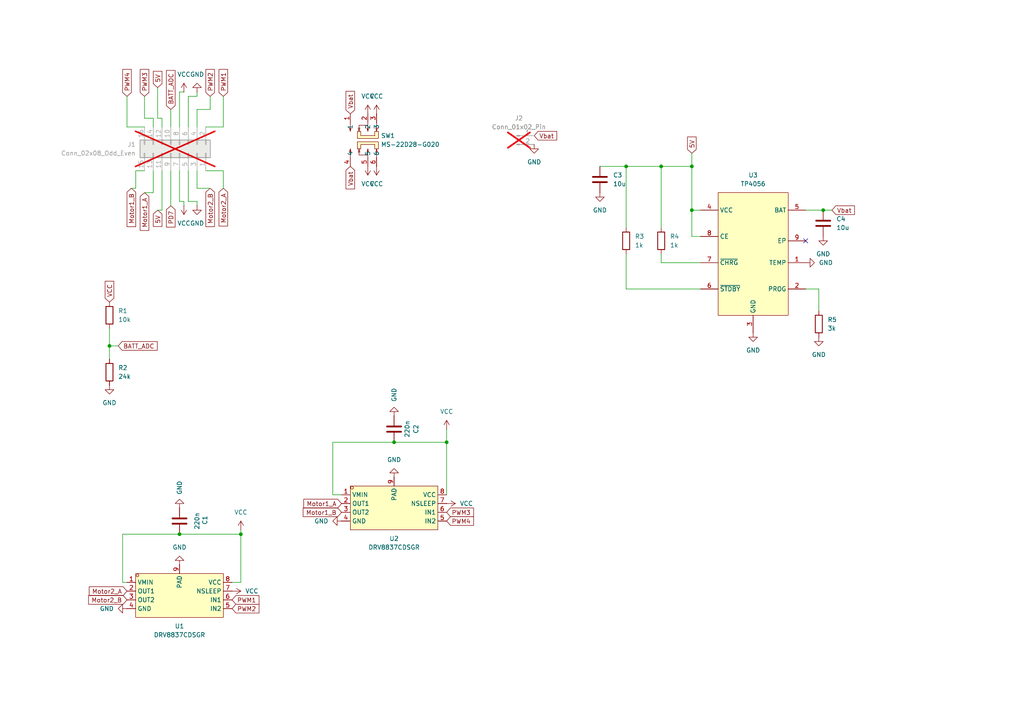
<source format=kicad_sch>
(kicad_sch
	(version 20231120)
	(generator "eeschema")
	(generator_version "8.0")
	(uuid "a4c39537-b160-4bea-a3e4-ba3122edf3ef")
	(paper "A4")
	(lib_symbols
		(symbol "Connector:Conn_01x02_Pin"
			(pin_names
				(offset 1.016) hide)
			(exclude_from_sim no)
			(in_bom yes)
			(on_board yes)
			(property "Reference" "J"
				(at 0 2.54 0)
				(effects
					(font
						(size 1.27 1.27)
					)
				)
			)
			(property "Value" "Conn_01x02_Pin"
				(at 0 -5.08 0)
				(effects
					(font
						(size 1.27 1.27)
					)
				)
			)
			(property "Footprint" ""
				(at 0 0 0)
				(effects
					(font
						(size 1.27 1.27)
					)
					(hide yes)
				)
			)
			(property "Datasheet" "~"
				(at 0 0 0)
				(effects
					(font
						(size 1.27 1.27)
					)
					(hide yes)
				)
			)
			(property "Description" "Generic connector, single row, 01x02, script generated"
				(at 0 0 0)
				(effects
					(font
						(size 1.27 1.27)
					)
					(hide yes)
				)
			)
			(property "ki_locked" ""
				(at 0 0 0)
				(effects
					(font
						(size 1.27 1.27)
					)
				)
			)
			(property "ki_keywords" "connector"
				(at 0 0 0)
				(effects
					(font
						(size 1.27 1.27)
					)
					(hide yes)
				)
			)
			(property "ki_fp_filters" "Connector*:*_1x??_*"
				(at 0 0 0)
				(effects
					(font
						(size 1.27 1.27)
					)
					(hide yes)
				)
			)
			(symbol "Conn_01x02_Pin_1_1"
				(polyline
					(pts
						(xy 1.27 -2.54) (xy 0.8636 -2.54)
					)
					(stroke
						(width 0.1524)
						(type default)
					)
					(fill
						(type none)
					)
				)
				(polyline
					(pts
						(xy 1.27 0) (xy 0.8636 0)
					)
					(stroke
						(width 0.1524)
						(type default)
					)
					(fill
						(type none)
					)
				)
				(rectangle
					(start 0.8636 -2.413)
					(end 0 -2.667)
					(stroke
						(width 0.1524)
						(type default)
					)
					(fill
						(type outline)
					)
				)
				(rectangle
					(start 0.8636 0.127)
					(end 0 -0.127)
					(stroke
						(width 0.1524)
						(type default)
					)
					(fill
						(type outline)
					)
				)
				(pin passive line
					(at 5.08 0 180)
					(length 3.81)
					(name "Pin_1"
						(effects
							(font
								(size 1.27 1.27)
							)
						)
					)
					(number "1"
						(effects
							(font
								(size 1.27 1.27)
							)
						)
					)
				)
				(pin passive line
					(at 5.08 -2.54 180)
					(length 3.81)
					(name "Pin_2"
						(effects
							(font
								(size 1.27 1.27)
							)
						)
					)
					(number "2"
						(effects
							(font
								(size 1.27 1.27)
							)
						)
					)
				)
			)
		)
		(symbol "Connector_Generic:Conn_02x08_Odd_Even"
			(pin_names
				(offset 1.016) hide)
			(exclude_from_sim no)
			(in_bom yes)
			(on_board yes)
			(property "Reference" "J"
				(at 1.27 10.16 0)
				(effects
					(font
						(size 1.27 1.27)
					)
				)
			)
			(property "Value" "Conn_02x08_Odd_Even"
				(at 1.27 -12.7 0)
				(effects
					(font
						(size 1.27 1.27)
					)
				)
			)
			(property "Footprint" ""
				(at 0 0 0)
				(effects
					(font
						(size 1.27 1.27)
					)
					(hide yes)
				)
			)
			(property "Datasheet" "~"
				(at 0 0 0)
				(effects
					(font
						(size 1.27 1.27)
					)
					(hide yes)
				)
			)
			(property "Description" "Generic connector, double row, 02x08, odd/even pin numbering scheme (row 1 odd numbers, row 2 even numbers), script generated (kicad-library-utils/schlib/autogen/connector/)"
				(at 0 0 0)
				(effects
					(font
						(size 1.27 1.27)
					)
					(hide yes)
				)
			)
			(property "ki_keywords" "connector"
				(at 0 0 0)
				(effects
					(font
						(size 1.27 1.27)
					)
					(hide yes)
				)
			)
			(property "ki_fp_filters" "Connector*:*_2x??_*"
				(at 0 0 0)
				(effects
					(font
						(size 1.27 1.27)
					)
					(hide yes)
				)
			)
			(symbol "Conn_02x08_Odd_Even_1_1"
				(rectangle
					(start -1.27 -10.033)
					(end 0 -10.287)
					(stroke
						(width 0.1524)
						(type default)
					)
					(fill
						(type none)
					)
				)
				(rectangle
					(start -1.27 -7.493)
					(end 0 -7.747)
					(stroke
						(width 0.1524)
						(type default)
					)
					(fill
						(type none)
					)
				)
				(rectangle
					(start -1.27 -4.953)
					(end 0 -5.207)
					(stroke
						(width 0.1524)
						(type default)
					)
					(fill
						(type none)
					)
				)
				(rectangle
					(start -1.27 -2.413)
					(end 0 -2.667)
					(stroke
						(width 0.1524)
						(type default)
					)
					(fill
						(type none)
					)
				)
				(rectangle
					(start -1.27 0.127)
					(end 0 -0.127)
					(stroke
						(width 0.1524)
						(type default)
					)
					(fill
						(type none)
					)
				)
				(rectangle
					(start -1.27 2.667)
					(end 0 2.413)
					(stroke
						(width 0.1524)
						(type default)
					)
					(fill
						(type none)
					)
				)
				(rectangle
					(start -1.27 5.207)
					(end 0 4.953)
					(stroke
						(width 0.1524)
						(type default)
					)
					(fill
						(type none)
					)
				)
				(rectangle
					(start -1.27 7.747)
					(end 0 7.493)
					(stroke
						(width 0.1524)
						(type default)
					)
					(fill
						(type none)
					)
				)
				(rectangle
					(start -1.27 8.89)
					(end 3.81 -11.43)
					(stroke
						(width 0.254)
						(type default)
					)
					(fill
						(type background)
					)
				)
				(rectangle
					(start 3.81 -10.033)
					(end 2.54 -10.287)
					(stroke
						(width 0.1524)
						(type default)
					)
					(fill
						(type none)
					)
				)
				(rectangle
					(start 3.81 -7.493)
					(end 2.54 -7.747)
					(stroke
						(width 0.1524)
						(type default)
					)
					(fill
						(type none)
					)
				)
				(rectangle
					(start 3.81 -4.953)
					(end 2.54 -5.207)
					(stroke
						(width 0.1524)
						(type default)
					)
					(fill
						(type none)
					)
				)
				(rectangle
					(start 3.81 -2.413)
					(end 2.54 -2.667)
					(stroke
						(width 0.1524)
						(type default)
					)
					(fill
						(type none)
					)
				)
				(rectangle
					(start 3.81 0.127)
					(end 2.54 -0.127)
					(stroke
						(width 0.1524)
						(type default)
					)
					(fill
						(type none)
					)
				)
				(rectangle
					(start 3.81 2.667)
					(end 2.54 2.413)
					(stroke
						(width 0.1524)
						(type default)
					)
					(fill
						(type none)
					)
				)
				(rectangle
					(start 3.81 5.207)
					(end 2.54 4.953)
					(stroke
						(width 0.1524)
						(type default)
					)
					(fill
						(type none)
					)
				)
				(rectangle
					(start 3.81 7.747)
					(end 2.54 7.493)
					(stroke
						(width 0.1524)
						(type default)
					)
					(fill
						(type none)
					)
				)
				(pin passive line
					(at -5.08 7.62 0)
					(length 3.81)
					(name "Pin_1"
						(effects
							(font
								(size 1.27 1.27)
							)
						)
					)
					(number "1"
						(effects
							(font
								(size 1.27 1.27)
							)
						)
					)
				)
				(pin passive line
					(at 7.62 -2.54 180)
					(length 3.81)
					(name "Pin_10"
						(effects
							(font
								(size 1.27 1.27)
							)
						)
					)
					(number "10"
						(effects
							(font
								(size 1.27 1.27)
							)
						)
					)
				)
				(pin passive line
					(at -5.08 -5.08 0)
					(length 3.81)
					(name "Pin_11"
						(effects
							(font
								(size 1.27 1.27)
							)
						)
					)
					(number "11"
						(effects
							(font
								(size 1.27 1.27)
							)
						)
					)
				)
				(pin passive line
					(at 7.62 -5.08 180)
					(length 3.81)
					(name "Pin_12"
						(effects
							(font
								(size 1.27 1.27)
							)
						)
					)
					(number "12"
						(effects
							(font
								(size 1.27 1.27)
							)
						)
					)
				)
				(pin passive line
					(at -5.08 -7.62 0)
					(length 3.81)
					(name "Pin_13"
						(effects
							(font
								(size 1.27 1.27)
							)
						)
					)
					(number "13"
						(effects
							(font
								(size 1.27 1.27)
							)
						)
					)
				)
				(pin passive line
					(at 7.62 -7.62 180)
					(length 3.81)
					(name "Pin_14"
						(effects
							(font
								(size 1.27 1.27)
							)
						)
					)
					(number "14"
						(effects
							(font
								(size 1.27 1.27)
							)
						)
					)
				)
				(pin passive line
					(at -5.08 -10.16 0)
					(length 3.81)
					(name "Pin_15"
						(effects
							(font
								(size 1.27 1.27)
							)
						)
					)
					(number "15"
						(effects
							(font
								(size 1.27 1.27)
							)
						)
					)
				)
				(pin passive line
					(at 7.62 -10.16 180)
					(length 3.81)
					(name "Pin_16"
						(effects
							(font
								(size 1.27 1.27)
							)
						)
					)
					(number "16"
						(effects
							(font
								(size 1.27 1.27)
							)
						)
					)
				)
				(pin passive line
					(at 7.62 7.62 180)
					(length 3.81)
					(name "Pin_2"
						(effects
							(font
								(size 1.27 1.27)
							)
						)
					)
					(number "2"
						(effects
							(font
								(size 1.27 1.27)
							)
						)
					)
				)
				(pin passive line
					(at -5.08 5.08 0)
					(length 3.81)
					(name "Pin_3"
						(effects
							(font
								(size 1.27 1.27)
							)
						)
					)
					(number "3"
						(effects
							(font
								(size 1.27 1.27)
							)
						)
					)
				)
				(pin passive line
					(at 7.62 5.08 180)
					(length 3.81)
					(name "Pin_4"
						(effects
							(font
								(size 1.27 1.27)
							)
						)
					)
					(number "4"
						(effects
							(font
								(size 1.27 1.27)
							)
						)
					)
				)
				(pin passive line
					(at -5.08 2.54 0)
					(length 3.81)
					(name "Pin_5"
						(effects
							(font
								(size 1.27 1.27)
							)
						)
					)
					(number "5"
						(effects
							(font
								(size 1.27 1.27)
							)
						)
					)
				)
				(pin passive line
					(at 7.62 2.54 180)
					(length 3.81)
					(name "Pin_6"
						(effects
							(font
								(size 1.27 1.27)
							)
						)
					)
					(number "6"
						(effects
							(font
								(size 1.27 1.27)
							)
						)
					)
				)
				(pin passive line
					(at -5.08 0 0)
					(length 3.81)
					(name "Pin_7"
						(effects
							(font
								(size 1.27 1.27)
							)
						)
					)
					(number "7"
						(effects
							(font
								(size 1.27 1.27)
							)
						)
					)
				)
				(pin passive line
					(at 7.62 0 180)
					(length 3.81)
					(name "Pin_8"
						(effects
							(font
								(size 1.27 1.27)
							)
						)
					)
					(number "8"
						(effects
							(font
								(size 1.27 1.27)
							)
						)
					)
				)
				(pin passive line
					(at -5.08 -2.54 0)
					(length 3.81)
					(name "Pin_9"
						(effects
							(font
								(size 1.27 1.27)
							)
						)
					)
					(number "9"
						(effects
							(font
								(size 1.27 1.27)
							)
						)
					)
				)
			)
		)
		(symbol "Device:C"
			(pin_numbers hide)
			(pin_names
				(offset 0.254)
			)
			(exclude_from_sim no)
			(in_bom yes)
			(on_board yes)
			(property "Reference" "C"
				(at 0.635 2.54 0)
				(effects
					(font
						(size 1.27 1.27)
					)
					(justify left)
				)
			)
			(property "Value" "C"
				(at 0.635 -2.54 0)
				(effects
					(font
						(size 1.27 1.27)
					)
					(justify left)
				)
			)
			(property "Footprint" ""
				(at 0.9652 -3.81 0)
				(effects
					(font
						(size 1.27 1.27)
					)
					(hide yes)
				)
			)
			(property "Datasheet" "~"
				(at 0 0 0)
				(effects
					(font
						(size 1.27 1.27)
					)
					(hide yes)
				)
			)
			(property "Description" "Unpolarized capacitor"
				(at 0 0 0)
				(effects
					(font
						(size 1.27 1.27)
					)
					(hide yes)
				)
			)
			(property "ki_keywords" "cap capacitor"
				(at 0 0 0)
				(effects
					(font
						(size 1.27 1.27)
					)
					(hide yes)
				)
			)
			(property "ki_fp_filters" "C_*"
				(at 0 0 0)
				(effects
					(font
						(size 1.27 1.27)
					)
					(hide yes)
				)
			)
			(symbol "C_0_1"
				(polyline
					(pts
						(xy -2.032 -0.762) (xy 2.032 -0.762)
					)
					(stroke
						(width 0.508)
						(type default)
					)
					(fill
						(type none)
					)
				)
				(polyline
					(pts
						(xy -2.032 0.762) (xy 2.032 0.762)
					)
					(stroke
						(width 0.508)
						(type default)
					)
					(fill
						(type none)
					)
				)
			)
			(symbol "C_1_1"
				(pin passive line
					(at 0 3.81 270)
					(length 2.794)
					(name "~"
						(effects
							(font
								(size 1.27 1.27)
							)
						)
					)
					(number "1"
						(effects
							(font
								(size 1.27 1.27)
							)
						)
					)
				)
				(pin passive line
					(at 0 -3.81 90)
					(length 2.794)
					(name "~"
						(effects
							(font
								(size 1.27 1.27)
							)
						)
					)
					(number "2"
						(effects
							(font
								(size 1.27 1.27)
							)
						)
					)
				)
			)
		)
		(symbol "Device:R"
			(pin_numbers hide)
			(pin_names
				(offset 0)
			)
			(exclude_from_sim no)
			(in_bom yes)
			(on_board yes)
			(property "Reference" "R"
				(at 2.032 0 90)
				(effects
					(font
						(size 1.27 1.27)
					)
				)
			)
			(property "Value" "R"
				(at 0 0 90)
				(effects
					(font
						(size 1.27 1.27)
					)
				)
			)
			(property "Footprint" ""
				(at -1.778 0 90)
				(effects
					(font
						(size 1.27 1.27)
					)
					(hide yes)
				)
			)
			(property "Datasheet" "~"
				(at 0 0 0)
				(effects
					(font
						(size 1.27 1.27)
					)
					(hide yes)
				)
			)
			(property "Description" "Resistor"
				(at 0 0 0)
				(effects
					(font
						(size 1.27 1.27)
					)
					(hide yes)
				)
			)
			(property "ki_keywords" "R res resistor"
				(at 0 0 0)
				(effects
					(font
						(size 1.27 1.27)
					)
					(hide yes)
				)
			)
			(property "ki_fp_filters" "R_*"
				(at 0 0 0)
				(effects
					(font
						(size 1.27 1.27)
					)
					(hide yes)
				)
			)
			(symbol "R_0_1"
				(rectangle
					(start -1.016 -2.54)
					(end 1.016 2.54)
					(stroke
						(width 0.254)
						(type default)
					)
					(fill
						(type none)
					)
				)
			)
			(symbol "R_1_1"
				(pin passive line
					(at 0 3.81 270)
					(length 1.27)
					(name "~"
						(effects
							(font
								(size 1.27 1.27)
							)
						)
					)
					(number "1"
						(effects
							(font
								(size 1.27 1.27)
							)
						)
					)
				)
				(pin passive line
					(at 0 -3.81 90)
					(length 1.27)
					(name "~"
						(effects
							(font
								(size 1.27 1.27)
							)
						)
					)
					(number "2"
						(effects
							(font
								(size 1.27 1.27)
							)
						)
					)
				)
			)
		)
		(symbol "EEE3088F_micromouse_pwr:DRV8837CDSGR"
			(exclude_from_sim no)
			(in_bom yes)
			(on_board yes)
			(property "Reference" "U"
				(at 0 13.97 0)
				(effects
					(font
						(size 1.27 1.27)
					)
				)
			)
			(property "Value" "DRV8837CDSGR"
				(at 0 -8.89 0)
				(effects
					(font
						(size 1.27 1.27)
					)
				)
			)
			(property "Footprint" "EEE3088F_micromouse_pwr:WSON-8_L2.0-W2.0-P0.50-TL-EP"
				(at 0 -11.43 0)
				(effects
					(font
						(size 1.27 1.27)
					)
					(hide yes)
				)
			)
			(property "Datasheet" "https://lcsc.com/product-detail/Others_Texas-Instruments_DRV8837CDSGR_Texas-Instruments-TI-DRV8837CDSGR_C191000.html"
				(at 0 -13.97 0)
				(effects
					(font
						(size 1.27 1.27)
					)
					(hide yes)
				)
			)
			(property "Description" ""
				(at 0 0 0)
				(effects
					(font
						(size 1.27 1.27)
					)
					(hide yes)
				)
			)
			(property "LCSC Part" "C191000"
				(at 0 -16.51 0)
				(effects
					(font
						(size 1.27 1.27)
					)
					(hide yes)
				)
			)
			(symbol "DRV8837CDSGR_0_1"
				(rectangle
					(start -12.7 6.35)
					(end 12.7 -6.35)
					(stroke
						(width 0)
						(type default)
					)
					(fill
						(type background)
					)
				)
				(circle
					(center -12.19 5.84)
					(radius 0.38)
					(stroke
						(width 0)
						(type default)
					)
					(fill
						(type none)
					)
				)
				(pin unspecified line
					(at -15.24 3.81 0)
					(length 2.54)
					(name "VMIN"
						(effects
							(font
								(size 1.27 1.27)
							)
						)
					)
					(number "1"
						(effects
							(font
								(size 1.27 1.27)
							)
						)
					)
				)
				(pin unspecified line
					(at -15.24 1.27 0)
					(length 2.54)
					(name "OUT1"
						(effects
							(font
								(size 1.27 1.27)
							)
						)
					)
					(number "2"
						(effects
							(font
								(size 1.27 1.27)
							)
						)
					)
				)
				(pin unspecified line
					(at -15.24 -1.27 0)
					(length 2.54)
					(name "OUT2"
						(effects
							(font
								(size 1.27 1.27)
							)
						)
					)
					(number "3"
						(effects
							(font
								(size 1.27 1.27)
							)
						)
					)
				)
				(pin unspecified line
					(at -15.24 -3.81 0)
					(length 2.54)
					(name "GND"
						(effects
							(font
								(size 1.27 1.27)
							)
						)
					)
					(number "4"
						(effects
							(font
								(size 1.27 1.27)
							)
						)
					)
				)
				(pin unspecified line
					(at 15.24 -3.81 180)
					(length 2.54)
					(name "IN2"
						(effects
							(font
								(size 1.27 1.27)
							)
						)
					)
					(number "5"
						(effects
							(font
								(size 1.27 1.27)
							)
						)
					)
				)
				(pin unspecified line
					(at 15.24 -1.27 180)
					(length 2.54)
					(name "IN1"
						(effects
							(font
								(size 1.27 1.27)
							)
						)
					)
					(number "6"
						(effects
							(font
								(size 1.27 1.27)
							)
						)
					)
				)
				(pin unspecified line
					(at 15.24 1.27 180)
					(length 2.54)
					(name "NSLEEP"
						(effects
							(font
								(size 1.27 1.27)
							)
						)
					)
					(number "7"
						(effects
							(font
								(size 1.27 1.27)
							)
						)
					)
				)
				(pin unspecified line
					(at 15.24 3.81 180)
					(length 2.54)
					(name "VCC"
						(effects
							(font
								(size 1.27 1.27)
							)
						)
					)
					(number "8"
						(effects
							(font
								(size 1.27 1.27)
							)
						)
					)
				)
				(pin unspecified line
					(at 0 8.89 270)
					(length 2.54)
					(name "PAD"
						(effects
							(font
								(size 1.27 1.27)
							)
						)
					)
					(number "9"
						(effects
							(font
								(size 1.27 1.27)
							)
						)
					)
				)
			)
		)
		(symbol "EEE3088F_micromouse_pwr:MS-22D28-G020"
			(exclude_from_sim no)
			(in_bom yes)
			(on_board yes)
			(property "Reference" "SW"
				(at 0 12.7 0)
				(effects
					(font
						(size 1.27 1.27)
					)
				)
			)
			(property "Value" "MS-22D28-G020"
				(at 0 -12.7 0)
				(effects
					(font
						(size 1.27 1.27)
					)
				)
			)
			(property "Footprint" "EEE3088F_micromouse_pwr:SW-SMD_MS-22D28-G020"
				(at 0 -15.24 0)
				(effects
					(font
						(size 1.27 1.27)
					)
					(hide yes)
				)
			)
			(property "Datasheet" "https://lcsc.com/product-detail/Toggle-Switches_G-Switch-MS-22D28-G020_C963205.html"
				(at 0 -17.78 0)
				(effects
					(font
						(size 1.27 1.27)
					)
					(hide yes)
				)
			)
			(property "Description" ""
				(at 0 0 0)
				(effects
					(font
						(size 1.27 1.27)
					)
					(hide yes)
				)
			)
			(property "LCSC Part" "C963205"
				(at 0 -20.32 0)
				(effects
					(font
						(size 1.27 1.27)
					)
					(hide yes)
				)
			)
			(symbol "MS-22D28-G020_0_1"
				(polyline
					(pts
						(xy -5.08 -2.54) (xy -5.33 -3.56)
					)
					(stroke
						(width 0)
						(type default)
					)
					(fill
						(type none)
					)
				)
				(polyline
					(pts
						(xy -5.08 2.54) (xy -5.33 3.56)
					)
					(stroke
						(width 0)
						(type default)
					)
					(fill
						(type none)
					)
				)
				(polyline
					(pts
						(xy -2.54 -2.54) (xy -2.79 -3.56)
					)
					(stroke
						(width 0)
						(type default)
					)
					(fill
						(type none)
					)
				)
				(polyline
					(pts
						(xy -2.54 -2.54) (xy -2.29 -3.56)
					)
					(stroke
						(width 0)
						(type default)
					)
					(fill
						(type none)
					)
				)
				(polyline
					(pts
						(xy -2.54 2.54) (xy -2.79 3.56)
					)
					(stroke
						(width 0)
						(type default)
					)
					(fill
						(type none)
					)
				)
				(polyline
					(pts
						(xy -2.54 2.54) (xy -2.29 3.56)
					)
					(stroke
						(width 0)
						(type default)
					)
					(fill
						(type none)
					)
				)
				(polyline
					(pts
						(xy 0 -2.54) (xy 0.25 -3.56)
					)
					(stroke
						(width 0)
						(type default)
					)
					(fill
						(type none)
					)
				)
				(polyline
					(pts
						(xy 0 2.54) (xy 0.25 3.56)
					)
					(stroke
						(width 0)
						(type default)
					)
					(fill
						(type none)
					)
				)
				(polyline
					(pts
						(xy 2.54 -2.54) (xy 2.29 -3.56)
					)
					(stroke
						(width 0)
						(type default)
					)
					(fill
						(type none)
					)
				)
				(polyline
					(pts
						(xy 2.54 -2.54) (xy 2.54 -5.08)
					)
					(stroke
						(width 0)
						(type default)
					)
					(fill
						(type none)
					)
				)
				(polyline
					(pts
						(xy 2.54 -2.54) (xy 2.79 -3.56)
					)
					(stroke
						(width 0)
						(type default)
					)
					(fill
						(type none)
					)
				)
				(polyline
					(pts
						(xy 2.54 2.54) (xy 2.29 3.56)
					)
					(stroke
						(width 0)
						(type default)
					)
					(fill
						(type none)
					)
				)
				(polyline
					(pts
						(xy 2.54 2.54) (xy 2.54 5.08)
					)
					(stroke
						(width 0)
						(type default)
					)
					(fill
						(type none)
					)
				)
				(polyline
					(pts
						(xy 2.54 2.54) (xy 2.79 3.56)
					)
					(stroke
						(width 0)
						(type default)
					)
					(fill
						(type none)
					)
				)
				(polyline
					(pts
						(xy -5.08 -5.08) (xy -5.08 -2.54) (xy -4.83 -3.56)
					)
					(stroke
						(width 0)
						(type default)
					)
					(fill
						(type none)
					)
				)
				(polyline
					(pts
						(xy -5.08 5.08) (xy -5.08 2.54) (xy -4.83 3.56)
					)
					(stroke
						(width 0)
						(type default)
					)
					(fill
						(type none)
					)
				)
				(polyline
					(pts
						(xy -2.54 -2.54) (xy -2.54 -4.32) (xy 0 -4.32)
					)
					(stroke
						(width 0)
						(type default)
					)
					(fill
						(type none)
					)
				)
				(polyline
					(pts
						(xy -2.54 2.54) (xy -2.54 4.32) (xy 0 4.32)
					)
					(stroke
						(width 0)
						(type default)
					)
					(fill
						(type none)
					)
				)
				(polyline
					(pts
						(xy 0 -5.08) (xy 0 -2.54) (xy -0.25 -3.56)
					)
					(stroke
						(width 0)
						(type default)
					)
					(fill
						(type none)
					)
				)
				(polyline
					(pts
						(xy 0 5.08) (xy 0 2.54) (xy -0.25 3.56)
					)
					(stroke
						(width 0)
						(type default)
					)
					(fill
						(type none)
					)
				)
				(polyline
					(pts
						(xy -3.05 -1.27) (xy -3.05 -2.54) (xy -2.03 -2.54) (xy -2.03 -1.27) (xy 2.03 -1.27) (xy 2.03 -2.54)
						(xy 3.05 -2.54) (xy 3.05 -0.51) (xy -3.05 -0.51) (xy -3.05 -1.27)
					)
					(stroke
						(width 0)
						(type default)
					)
					(fill
						(type background)
					)
				)
				(polyline
					(pts
						(xy -3.05 1.27) (xy -3.05 2.54) (xy -2.03 2.54) (xy -2.03 1.27) (xy 2.03 1.27) (xy 2.03 2.54)
						(xy 3.05 2.54) (xy 3.05 0.51) (xy -3.05 0.51) (xy -3.05 1.27)
					)
					(stroke
						(width 0)
						(type default)
					)
					(fill
						(type background)
					)
				)
				(pin unspecified line
					(at -5.08 7.62 270)
					(length 2.54)
					(name "1"
						(effects
							(font
								(size 1.27 1.27)
							)
						)
					)
					(number "1"
						(effects
							(font
								(size 1.27 1.27)
							)
						)
					)
				)
				(pin unspecified line
					(at 0 7.62 270)
					(length 2.54)
					(name "2"
						(effects
							(font
								(size 1.27 1.27)
							)
						)
					)
					(number "2"
						(effects
							(font
								(size 1.27 1.27)
							)
						)
					)
				)
				(pin unspecified line
					(at 2.54 7.62 270)
					(length 2.54)
					(name "3"
						(effects
							(font
								(size 1.27 1.27)
							)
						)
					)
					(number "3"
						(effects
							(font
								(size 1.27 1.27)
							)
						)
					)
				)
				(pin unspecified line
					(at -5.08 -7.62 90)
					(length 2.54)
					(name "4"
						(effects
							(font
								(size 1.27 1.27)
							)
						)
					)
					(number "4"
						(effects
							(font
								(size 1.27 1.27)
							)
						)
					)
				)
				(pin unspecified line
					(at 0 -7.62 90)
					(length 2.54)
					(name "5"
						(effects
							(font
								(size 1.27 1.27)
							)
						)
					)
					(number "5"
						(effects
							(font
								(size 1.27 1.27)
							)
						)
					)
				)
				(pin unspecified line
					(at 2.54 -7.62 90)
					(length 2.54)
					(name "6"
						(effects
							(font
								(size 1.27 1.27)
							)
						)
					)
					(number "6"
						(effects
							(font
								(size 1.27 1.27)
							)
						)
					)
				)
			)
		)
		(symbol "EEE3088F_micromouse_pwr:TP4056"
			(exclude_from_sim no)
			(in_bom yes)
			(on_board yes)
			(property "Reference" "U"
				(at 0 20.32 0)
				(effects
					(font
						(size 1.27 1.27)
					)
				)
			)
			(property "Value" "TP4056"
				(at 0 -25.4 0)
				(effects
					(font
						(size 1.27 1.27)
					)
				)
			)
			(property "Footprint" "EEE3088F_micromouse_pwr:ESOP-8_L4.9-W3.9-P1.27-LS6.0-BL-EP"
				(at 0 -27.94 0)
				(effects
					(font
						(size 1.27 1.27)
					)
					(hide yes)
				)
			)
			(property "Datasheet" "https://lcsc.com/product-detail/PMIC-Battery-Management_TP4056_C16581.html"
				(at 0 -30.48 0)
				(effects
					(font
						(size 1.27 1.27)
					)
					(hide yes)
				)
			)
			(property "Description" ""
				(at 0 0 0)
				(effects
					(font
						(size 1.27 1.27)
					)
					(hide yes)
				)
			)
			(property "LCSC Part" "C16581"
				(at 0 -33.02 0)
				(effects
					(font
						(size 1.27 1.27)
					)
					(hide yes)
				)
			)
			(symbol "TP4056_0_1"
				(rectangle
					(start -10.16 20.32)
					(end 10.16 -15.24)
					(stroke
						(width 0)
						(type default)
					)
					(fill
						(type background)
					)
				)
				(pin unspecified line
					(at 15.24 0 180)
					(length 5.08)
					(name "TEMP"
						(effects
							(font
								(size 1.27 1.27)
							)
						)
					)
					(number "1"
						(effects
							(font
								(size 1.27 1.27)
							)
						)
					)
				)
				(pin unspecified line
					(at 15.24 -7.62 180)
					(length 5.08)
					(name "PROG"
						(effects
							(font
								(size 1.27 1.27)
							)
						)
					)
					(number "2"
						(effects
							(font
								(size 1.27 1.27)
							)
						)
					)
				)
				(pin unspecified line
					(at 0 -20.32 90)
					(length 5.08)
					(name "GND"
						(effects
							(font
								(size 1.27 1.27)
							)
						)
					)
					(number "3"
						(effects
							(font
								(size 1.27 1.27)
							)
						)
					)
				)
				(pin unspecified line
					(at -15.24 15.24 0)
					(length 5.08)
					(name "VCC"
						(effects
							(font
								(size 1.27 1.27)
							)
						)
					)
					(number "4"
						(effects
							(font
								(size 1.27 1.27)
							)
						)
					)
				)
				(pin unspecified line
					(at 15.24 15.24 180)
					(length 5.08)
					(name "BAT"
						(effects
							(font
								(size 1.27 1.27)
							)
						)
					)
					(number "5"
						(effects
							(font
								(size 1.27 1.27)
							)
						)
					)
				)
				(pin unspecified line
					(at -15.24 -7.62 0)
					(length 5.08)
					(name "~{STDBY}"
						(effects
							(font
								(size 1.27 1.27)
							)
						)
					)
					(number "6"
						(effects
							(font
								(size 1.27 1.27)
							)
						)
					)
				)
				(pin unspecified line
					(at -15.24 0 0)
					(length 5.08)
					(name "~{CHRG}"
						(effects
							(font
								(size 1.27 1.27)
							)
						)
					)
					(number "7"
						(effects
							(font
								(size 1.27 1.27)
							)
						)
					)
				)
				(pin unspecified line
					(at -15.24 7.62 0)
					(length 5.08)
					(name "CE"
						(effects
							(font
								(size 1.27 1.27)
							)
						)
					)
					(number "8"
						(effects
							(font
								(size 1.27 1.27)
							)
						)
					)
				)
				(pin unspecified line
					(at 15.24 6.35 180)
					(length 5.08)
					(name "EP"
						(effects
							(font
								(size 1.27 1.27)
							)
						)
					)
					(number "9"
						(effects
							(font
								(size 1.27 1.27)
							)
						)
					)
				)
			)
		)
		(symbol "power:GND"
			(power)
			(pin_numbers hide)
			(pin_names
				(offset 0) hide)
			(exclude_from_sim no)
			(in_bom yes)
			(on_board yes)
			(property "Reference" "#PWR"
				(at 0 -6.35 0)
				(effects
					(font
						(size 1.27 1.27)
					)
					(hide yes)
				)
			)
			(property "Value" "GND"
				(at 0 -3.81 0)
				(effects
					(font
						(size 1.27 1.27)
					)
				)
			)
			(property "Footprint" ""
				(at 0 0 0)
				(effects
					(font
						(size 1.27 1.27)
					)
					(hide yes)
				)
			)
			(property "Datasheet" ""
				(at 0 0 0)
				(effects
					(font
						(size 1.27 1.27)
					)
					(hide yes)
				)
			)
			(property "Description" "Power symbol creates a global label with name \"GND\" , ground"
				(at 0 0 0)
				(effects
					(font
						(size 1.27 1.27)
					)
					(hide yes)
				)
			)
			(property "ki_keywords" "global power"
				(at 0 0 0)
				(effects
					(font
						(size 1.27 1.27)
					)
					(hide yes)
				)
			)
			(symbol "GND_0_1"
				(polyline
					(pts
						(xy 0 0) (xy 0 -1.27) (xy 1.27 -1.27) (xy 0 -2.54) (xy -1.27 -1.27) (xy 0 -1.27)
					)
					(stroke
						(width 0)
						(type default)
					)
					(fill
						(type none)
					)
				)
			)
			(symbol "GND_1_1"
				(pin power_in line
					(at 0 0 270)
					(length 0)
					(name "~"
						(effects
							(font
								(size 1.27 1.27)
							)
						)
					)
					(number "1"
						(effects
							(font
								(size 1.27 1.27)
							)
						)
					)
				)
			)
		)
		(symbol "power:VCC"
			(power)
			(pin_numbers hide)
			(pin_names
				(offset 0) hide)
			(exclude_from_sim no)
			(in_bom yes)
			(on_board yes)
			(property "Reference" "#PWR"
				(at 0 -3.81 0)
				(effects
					(font
						(size 1.27 1.27)
					)
					(hide yes)
				)
			)
			(property "Value" "VCC"
				(at 0 3.556 0)
				(effects
					(font
						(size 1.27 1.27)
					)
				)
			)
			(property "Footprint" ""
				(at 0 0 0)
				(effects
					(font
						(size 1.27 1.27)
					)
					(hide yes)
				)
			)
			(property "Datasheet" ""
				(at 0 0 0)
				(effects
					(font
						(size 1.27 1.27)
					)
					(hide yes)
				)
			)
			(property "Description" "Power symbol creates a global label with name \"VCC\""
				(at 0 0 0)
				(effects
					(font
						(size 1.27 1.27)
					)
					(hide yes)
				)
			)
			(property "ki_keywords" "global power"
				(at 0 0 0)
				(effects
					(font
						(size 1.27 1.27)
					)
					(hide yes)
				)
			)
			(symbol "VCC_0_1"
				(polyline
					(pts
						(xy -0.762 1.27) (xy 0 2.54)
					)
					(stroke
						(width 0)
						(type default)
					)
					(fill
						(type none)
					)
				)
				(polyline
					(pts
						(xy 0 0) (xy 0 2.54)
					)
					(stroke
						(width 0)
						(type default)
					)
					(fill
						(type none)
					)
				)
				(polyline
					(pts
						(xy 0 2.54) (xy 0.762 1.27)
					)
					(stroke
						(width 0)
						(type default)
					)
					(fill
						(type none)
					)
				)
			)
			(symbol "VCC_1_1"
				(pin power_in line
					(at 0 0 90)
					(length 0)
					(name "~"
						(effects
							(font
								(size 1.27 1.27)
							)
						)
					)
					(number "1"
						(effects
							(font
								(size 1.27 1.27)
							)
						)
					)
				)
			)
		)
	)
	(junction
		(at 31.75 100.33)
		(diameter 0)
		(color 0 0 0 0)
		(uuid "029f128b-8cfc-4d8a-b0b6-7484b12d5ba6")
	)
	(junction
		(at 238.76 60.96)
		(diameter 0)
		(color 0 0 0 0)
		(uuid "1247bec2-599a-48f4-9f4d-4823408f938f")
	)
	(junction
		(at 200.66 48.26)
		(diameter 0)
		(color 0 0 0 0)
		(uuid "1f1c6742-8e43-4633-8c5b-a68d9480aef2")
	)
	(junction
		(at 191.77 48.26)
		(diameter 0)
		(color 0 0 0 0)
		(uuid "616ee374-e52a-4ba3-8d8f-737da9f17ea0")
	)
	(junction
		(at 52.07 154.94)
		(diameter 0)
		(color 0 0 0 0)
		(uuid "709e449b-cdaf-4165-a588-9c16866b8ab5")
	)
	(junction
		(at 114.3 128.27)
		(diameter 0)
		(color 0 0 0 0)
		(uuid "aabb6e45-789b-40ac-a9eb-29df894fb895")
	)
	(junction
		(at 129.54 128.27)
		(diameter 0)
		(color 0 0 0 0)
		(uuid "c5cc0cec-d811-4cb1-819b-ac694b1f0139")
	)
	(junction
		(at 181.61 48.26)
		(diameter 0)
		(color 0 0 0 0)
		(uuid "e6b074ee-6e06-4b33-a029-4a5076f49875")
	)
	(junction
		(at 200.66 60.96)
		(diameter 0)
		(color 0 0 0 0)
		(uuid "f0a6a939-729a-48ce-b5d9-76f00ce70e4f")
	)
	(junction
		(at 69.85 154.94)
		(diameter 0)
		(color 0 0 0 0)
		(uuid "f476d370-d7ae-4f5c-85c7-96f18fd40db7")
	)
	(no_connect
		(at 233.68 69.85)
		(uuid "c6dcfea2-5f01-4b86-a7d2-99dc3ef4c9b8")
	)
	(wire
		(pts
			(xy 64.77 49.53) (xy 59.69 49.53)
		)
		(stroke
			(width 0)
			(type default)
		)
		(uuid "07b9b89b-86cd-4a76-a055-54d58f4db5d4")
	)
	(wire
		(pts
			(xy 64.77 27.94) (xy 64.77 36.83)
		)
		(stroke
			(width 0)
			(type default)
		)
		(uuid "09eab99c-63b8-4765-ae46-cb98a2ec60fb")
	)
	(wire
		(pts
			(xy 191.77 73.66) (xy 191.77 76.2)
		)
		(stroke
			(width 0)
			(type default)
		)
		(uuid "0d27d204-ff42-4e05-acd5-6334c9a48f80")
	)
	(wire
		(pts
			(xy 69.85 154.94) (xy 69.85 168.91)
		)
		(stroke
			(width 0)
			(type default)
		)
		(uuid "0da8f5a2-abf2-47bc-8d5f-6bcda5fe201a")
	)
	(wire
		(pts
			(xy 35.56 154.94) (xy 35.56 168.91)
		)
		(stroke
			(width 0)
			(type default)
		)
		(uuid "10697358-670d-4f7b-b77c-bf9f34ca3aea")
	)
	(wire
		(pts
			(xy 64.77 36.83) (xy 59.69 36.83)
		)
		(stroke
			(width 0)
			(type default)
		)
		(uuid "1196e9c1-90a9-4345-bc7f-8b7524d5fb11")
	)
	(wire
		(pts
			(xy 34.29 100.33) (xy 31.75 100.33)
		)
		(stroke
			(width 0)
			(type default)
		)
		(uuid "140ee15a-a864-4902-aab4-e726820d2f4c")
	)
	(wire
		(pts
			(xy 241.3 60.96) (xy 238.76 60.96)
		)
		(stroke
			(width 0)
			(type default)
		)
		(uuid "19209137-56d8-4ddc-8397-a2ec1fe5fc68")
	)
	(wire
		(pts
			(xy 181.61 48.26) (xy 191.77 48.26)
		)
		(stroke
			(width 0)
			(type default)
		)
		(uuid "1e105e62-e6ec-4fa2-b3b7-58295b32b366")
	)
	(wire
		(pts
			(xy 45.72 25.4) (xy 45.72 34.29)
		)
		(stroke
			(width 0)
			(type default)
		)
		(uuid "23756839-1ee3-4660-a2c1-a5c1354693bb")
	)
	(wire
		(pts
			(xy 173.99 48.26) (xy 181.61 48.26)
		)
		(stroke
			(width 0)
			(type default)
		)
		(uuid "27893188-39fa-4911-8142-0b9f7d70b326")
	)
	(wire
		(pts
			(xy 57.15 27.94) (xy 54.61 27.94)
		)
		(stroke
			(width 0)
			(type default)
		)
		(uuid "2d2e557c-6ac5-41c3-9384-cabe7831e40a")
	)
	(wire
		(pts
			(xy 46.99 60.96) (xy 46.99 49.53)
		)
		(stroke
			(width 0)
			(type default)
		)
		(uuid "53e604eb-1c7e-470d-81c1-5f1dd9fb1a34")
	)
	(wire
		(pts
			(xy 64.77 54.61) (xy 64.77 49.53)
		)
		(stroke
			(width 0)
			(type default)
		)
		(uuid "541b5ddb-e7a3-45e6-ae28-5919e81df1ed")
	)
	(wire
		(pts
			(xy 233.68 83.82) (xy 237.49 83.82)
		)
		(stroke
			(width 0)
			(type default)
		)
		(uuid "5b6558ee-e21e-48eb-b9fa-a112deae04e1")
	)
	(wire
		(pts
			(xy 44.45 34.29) (xy 44.45 36.83)
		)
		(stroke
			(width 0)
			(type default)
		)
		(uuid "5c7e5152-6c91-42b9-acd1-7682bcdb6e23")
	)
	(wire
		(pts
			(xy 181.61 48.26) (xy 181.61 66.04)
		)
		(stroke
			(width 0)
			(type default)
		)
		(uuid "5e5ed57f-bb24-48b4-ac75-52a3212598f2")
	)
	(wire
		(pts
			(xy 69.85 153.67) (xy 69.85 154.94)
		)
		(stroke
			(width 0)
			(type default)
		)
		(uuid "5e63747d-c7d2-4c8e-890d-f97e167d4958")
	)
	(wire
		(pts
			(xy 191.77 48.26) (xy 191.77 66.04)
		)
		(stroke
			(width 0)
			(type default)
		)
		(uuid "600c5155-aad7-40c9-817c-4b052aa56097")
	)
	(wire
		(pts
			(xy 200.66 60.96) (xy 203.2 60.96)
		)
		(stroke
			(width 0)
			(type default)
		)
		(uuid "62fd7b9c-d7a0-452a-9eb6-8d29594426ab")
	)
	(wire
		(pts
			(xy 53.34 26.67) (xy 52.07 26.67)
		)
		(stroke
			(width 0)
			(type default)
		)
		(uuid "65fad4aa-c888-4c32-98d6-7da5767d65c1")
	)
	(wire
		(pts
			(xy 38.1 54.61) (xy 39.37 54.61)
		)
		(stroke
			(width 0)
			(type default)
		)
		(uuid "68a15aa2-2d8c-45b3-a71f-280424bb5505")
	)
	(wire
		(pts
			(xy 52.07 58.42) (xy 52.07 49.53)
		)
		(stroke
			(width 0)
			(type default)
		)
		(uuid "68fac827-fb7f-4b9a-a8bc-c9837caa1ea8")
	)
	(wire
		(pts
			(xy 52.07 154.94) (xy 69.85 154.94)
		)
		(stroke
			(width 0)
			(type default)
		)
		(uuid "7dfb60dd-349c-4959-b4ea-7f9abb63f0df")
	)
	(wire
		(pts
			(xy 200.66 44.45) (xy 200.66 48.26)
		)
		(stroke
			(width 0)
			(type default)
		)
		(uuid "7ef11ad6-dc40-4b55-9868-29c32eb3478c")
	)
	(wire
		(pts
			(xy 129.54 124.46) (xy 129.54 128.27)
		)
		(stroke
			(width 0)
			(type default)
		)
		(uuid "7fa92420-6e0b-48fa-86d8-21dd9d024727")
	)
	(wire
		(pts
			(xy 114.3 128.27) (xy 129.54 128.27)
		)
		(stroke
			(width 0)
			(type default)
		)
		(uuid "7fd6c1eb-1207-40fd-a539-523d3fad9acd")
	)
	(wire
		(pts
			(xy 41.91 34.29) (xy 44.45 34.29)
		)
		(stroke
			(width 0)
			(type default)
		)
		(uuid "859fa524-8265-4c62-b90e-8f6c9c338a0d")
	)
	(wire
		(pts
			(xy 36.83 168.91) (xy 35.56 168.91)
		)
		(stroke
			(width 0)
			(type default)
		)
		(uuid "88d8aec2-0952-4576-a80b-6731ffaf9d5f")
	)
	(wire
		(pts
			(xy 57.15 58.42) (xy 54.61 58.42)
		)
		(stroke
			(width 0)
			(type default)
		)
		(uuid "8dc3bd5c-9355-4ef7-88b2-51e5e6d97557")
	)
	(wire
		(pts
			(xy 129.54 128.27) (xy 129.54 143.51)
		)
		(stroke
			(width 0)
			(type default)
		)
		(uuid "9003cb77-75c5-4b73-a6e6-238020b774a9")
	)
	(wire
		(pts
			(xy 45.72 60.96) (xy 46.99 60.96)
		)
		(stroke
			(width 0)
			(type default)
		)
		(uuid "91efdef4-113d-4648-a228-de42c4262bb6")
	)
	(wire
		(pts
			(xy 200.66 60.96) (xy 200.66 68.58)
		)
		(stroke
			(width 0)
			(type default)
		)
		(uuid "936ac608-f053-41b9-9976-b138e8ded690")
	)
	(wire
		(pts
			(xy 41.91 55.88) (xy 44.45 55.88)
		)
		(stroke
			(width 0)
			(type default)
		)
		(uuid "93948bab-38ca-44e9-9d26-d42b1dfc7463")
	)
	(wire
		(pts
			(xy 31.75 95.25) (xy 31.75 100.33)
		)
		(stroke
			(width 0)
			(type default)
		)
		(uuid "9a59d1ea-223d-4fe1-bd56-09198976b41a")
	)
	(wire
		(pts
			(xy 191.77 76.2) (xy 203.2 76.2)
		)
		(stroke
			(width 0)
			(type default)
		)
		(uuid "9e32d7f8-eafb-4bcb-afe4-e08df12cf0dd")
	)
	(wire
		(pts
			(xy 31.75 100.33) (xy 31.75 104.14)
		)
		(stroke
			(width 0)
			(type default)
		)
		(uuid "a1b95750-372e-446a-8bb3-95b68abfa417")
	)
	(wire
		(pts
			(xy 49.53 31.75) (xy 49.53 36.83)
		)
		(stroke
			(width 0)
			(type default)
		)
		(uuid "a1cbb36f-5a9a-4386-ad2d-5639d3d17f16")
	)
	(wire
		(pts
			(xy 181.61 83.82) (xy 203.2 83.82)
		)
		(stroke
			(width 0)
			(type default)
		)
		(uuid "a27cbb22-60fa-4a87-8025-f69ff60acc60")
	)
	(wire
		(pts
			(xy 46.99 34.29) (xy 46.99 36.83)
		)
		(stroke
			(width 0)
			(type default)
		)
		(uuid "ab3e47ff-12cb-435a-bc2f-b1e4d525166f")
	)
	(wire
		(pts
			(xy 52.07 26.67) (xy 52.07 36.83)
		)
		(stroke
			(width 0)
			(type default)
		)
		(uuid "ae7101ef-ab55-4d35-9fb2-13f2b2130f35")
	)
	(wire
		(pts
			(xy 57.15 26.67) (xy 57.15 27.94)
		)
		(stroke
			(width 0)
			(type default)
		)
		(uuid "af94d244-62fd-400e-8801-a5e833da5377")
	)
	(wire
		(pts
			(xy 53.34 59.69) (xy 53.34 58.42)
		)
		(stroke
			(width 0)
			(type default)
		)
		(uuid "b8c0df7e-945f-429b-969c-38cb47342a32")
	)
	(wire
		(pts
			(xy 69.85 168.91) (xy 67.31 168.91)
		)
		(stroke
			(width 0)
			(type default)
		)
		(uuid "bb6ddcee-600d-41ac-9734-b9ee817af00c")
	)
	(wire
		(pts
			(xy 60.96 31.75) (xy 57.15 31.75)
		)
		(stroke
			(width 0)
			(type default)
		)
		(uuid "bc1a0d7e-ad1e-42cd-8d1c-6c7d76f46e3f")
	)
	(wire
		(pts
			(xy 52.07 154.94) (xy 35.56 154.94)
		)
		(stroke
			(width 0)
			(type default)
		)
		(uuid "c1deffe8-e8e7-4b07-9a89-d9a50cea5b86")
	)
	(wire
		(pts
			(xy 54.61 27.94) (xy 54.61 36.83)
		)
		(stroke
			(width 0)
			(type default)
		)
		(uuid "c39d1087-8fc1-4fbb-acb2-46b439b705ff")
	)
	(wire
		(pts
			(xy 39.37 49.53) (xy 41.91 49.53)
		)
		(stroke
			(width 0)
			(type default)
		)
		(uuid "c4f06d1a-c6b5-4efb-8b5c-62a63ef56fc7")
	)
	(wire
		(pts
			(xy 36.83 27.94) (xy 36.83 36.83)
		)
		(stroke
			(width 0)
			(type default)
		)
		(uuid "c7997e87-138b-4b4d-b002-c6b2639763ae")
	)
	(wire
		(pts
			(xy 200.66 48.26) (xy 191.77 48.26)
		)
		(stroke
			(width 0)
			(type default)
		)
		(uuid "c821fbe7-303a-47f2-a376-e2f70999fc62")
	)
	(wire
		(pts
			(xy 45.72 34.29) (xy 46.99 34.29)
		)
		(stroke
			(width 0)
			(type default)
		)
		(uuid "c8233006-41b4-4f66-8e43-47a4f91088bf")
	)
	(wire
		(pts
			(xy 41.91 27.94) (xy 41.91 34.29)
		)
		(stroke
			(width 0)
			(type default)
		)
		(uuid "cfc85bd4-df76-43ab-8e03-05818e369ff0")
	)
	(wire
		(pts
			(xy 200.66 68.58) (xy 203.2 68.58)
		)
		(stroke
			(width 0)
			(type default)
		)
		(uuid "d695733d-1c75-4064-9c22-dcd8974810a5")
	)
	(wire
		(pts
			(xy 39.37 54.61) (xy 39.37 49.53)
		)
		(stroke
			(width 0)
			(type default)
		)
		(uuid "d7168d73-92b7-4375-a466-effcdc1badb6")
	)
	(wire
		(pts
			(xy 36.83 36.83) (xy 41.91 36.83)
		)
		(stroke
			(width 0)
			(type default)
		)
		(uuid "da167700-e315-44db-9f98-30d7f58ed8dc")
	)
	(wire
		(pts
			(xy 237.49 83.82) (xy 237.49 90.17)
		)
		(stroke
			(width 0)
			(type default)
		)
		(uuid "da9355be-c7b5-4c70-a21f-3eef0091b0d9")
	)
	(wire
		(pts
			(xy 99.06 143.51) (xy 96.52 143.51)
		)
		(stroke
			(width 0)
			(type default)
		)
		(uuid "db575575-6092-4838-94be-983c287031b9")
	)
	(wire
		(pts
			(xy 238.76 60.96) (xy 233.68 60.96)
		)
		(stroke
			(width 0)
			(type default)
		)
		(uuid "e038b673-ccea-4f1d-a109-5ad8bf027215")
	)
	(wire
		(pts
			(xy 57.15 54.61) (xy 57.15 49.53)
		)
		(stroke
			(width 0)
			(type default)
		)
		(uuid "e3b1399e-a0f1-4bd7-82b7-c41d49823d8d")
	)
	(wire
		(pts
			(xy 44.45 55.88) (xy 44.45 49.53)
		)
		(stroke
			(width 0)
			(type default)
		)
		(uuid "e532b38d-55e9-4c59-93f1-3384a9cfff77")
	)
	(wire
		(pts
			(xy 60.96 27.94) (xy 60.96 31.75)
		)
		(stroke
			(width 0)
			(type default)
		)
		(uuid "e903b683-8d93-4217-9712-af282660f4d8")
	)
	(wire
		(pts
			(xy 96.52 128.27) (xy 96.52 143.51)
		)
		(stroke
			(width 0)
			(type default)
		)
		(uuid "ed5fa7f5-347c-4e5c-ba16-5e7aa676ff7d")
	)
	(wire
		(pts
			(xy 49.53 59.69) (xy 49.53 49.53)
		)
		(stroke
			(width 0)
			(type default)
		)
		(uuid "eee1a942-a673-4bfc-9ad5-628019b2e253")
	)
	(wire
		(pts
			(xy 54.61 58.42) (xy 54.61 49.53)
		)
		(stroke
			(width 0)
			(type default)
		)
		(uuid "f12709ee-ef6f-4cf3-be3f-3ad6ad058633")
	)
	(wire
		(pts
			(xy 200.66 48.26) (xy 200.66 60.96)
		)
		(stroke
			(width 0)
			(type default)
		)
		(uuid "f1408609-96bd-41ef-9d79-b18da0f17f3f")
	)
	(wire
		(pts
			(xy 114.3 128.27) (xy 96.52 128.27)
		)
		(stroke
			(width 0)
			(type default)
		)
		(uuid "f51c6c74-bf7f-45d0-8b79-ec43a3a6ab6a")
	)
	(wire
		(pts
			(xy 57.15 31.75) (xy 57.15 36.83)
		)
		(stroke
			(width 0)
			(type default)
		)
		(uuid "f87fb8bc-e33f-4b9a-a12d-d9162d5e434e")
	)
	(wire
		(pts
			(xy 53.34 58.42) (xy 52.07 58.42)
		)
		(stroke
			(width 0)
			(type default)
		)
		(uuid "fcce5e35-46f2-4b74-b03a-6bbdab6273f8")
	)
	(wire
		(pts
			(xy 60.96 54.61) (xy 57.15 54.61)
		)
		(stroke
			(width 0)
			(type default)
		)
		(uuid "fce6eb84-9c1c-48ae-96e1-5a768adb1678")
	)
	(wire
		(pts
			(xy 57.15 59.69) (xy 57.15 58.42)
		)
		(stroke
			(width 0)
			(type default)
		)
		(uuid "fdd0eec2-8810-4913-90d0-7e5cb56d8949")
	)
	(wire
		(pts
			(xy 181.61 73.66) (xy 181.61 83.82)
		)
		(stroke
			(width 0)
			(type default)
		)
		(uuid "ff6b3e7a-9c79-48b8-8a9f-6cf8f36d0691")
	)
	(global_label "5V"
		(shape input)
		(at 45.72 25.4 90)
		(fields_autoplaced yes)
		(effects
			(font
				(size 1.27 1.27)
			)
			(justify left)
		)
		(uuid "00a23eb8-000a-4740-8f3b-f0360b013cfd")
		(property "Intersheetrefs" "${INTERSHEET_REFS}"
			(at 45.72 20.1167 90)
			(effects
				(font
					(size 1.27 1.27)
				)
				(justify left)
				(hide yes)
			)
		)
	)
	(global_label "BATT_ADC"
		(shape input)
		(at 34.29 100.33 0)
		(fields_autoplaced yes)
		(effects
			(font
				(size 1.27 1.27)
			)
			(justify left)
		)
		(uuid "07484a18-622b-4c81-aa1e-2783d8e3f1ec")
		(property "Intersheetrefs" "${INTERSHEET_REFS}"
			(at 46.1652 100.33 0)
			(effects
				(font
					(size 1.27 1.27)
				)
				(justify left)
				(hide yes)
			)
		)
	)
	(global_label "Vbat"
		(shape input)
		(at 101.6 33.02 90)
		(fields_autoplaced yes)
		(effects
			(font
				(size 1.27 1.27)
			)
			(justify left)
		)
		(uuid "0c2ba6a3-6a86-4ad0-bacc-bff877edfb28")
		(property "Intersheetrefs" "${INTERSHEET_REFS}"
			(at 101.6 25.9225 90)
			(effects
				(font
					(size 1.27 1.27)
				)
				(justify left)
				(hide yes)
			)
		)
	)
	(global_label "PWM3"
		(shape input)
		(at 41.91 27.94 90)
		(fields_autoplaced yes)
		(effects
			(font
				(size 1.27 1.27)
			)
			(justify left)
		)
		(uuid "1e4725a8-6ba3-4804-84b1-a2f1524685ab")
		(property "Intersheetrefs" "${INTERSHEET_REFS}"
			(at 41.91 19.5725 90)
			(effects
				(font
					(size 1.27 1.27)
				)
				(justify left)
				(hide yes)
			)
		)
	)
	(global_label "VCC"
		(shape input)
		(at 31.75 87.63 90)
		(fields_autoplaced yes)
		(effects
			(font
				(size 1.27 1.27)
			)
			(justify left)
		)
		(uuid "2f45c4e9-d77b-488b-b991-9d4f25383367")
		(property "Intersheetrefs" "${INTERSHEET_REFS}"
			(at 31.75 81.0162 90)
			(effects
				(font
					(size 1.27 1.27)
				)
				(justify left)
				(hide yes)
			)
		)
	)
	(global_label "5V"
		(shape input)
		(at 200.66 44.45 90)
		(fields_autoplaced yes)
		(effects
			(font
				(size 1.27 1.27)
			)
			(justify left)
		)
		(uuid "30a007d2-c98f-4b27-b22b-1501a63db04d")
		(property "Intersheetrefs" "${INTERSHEET_REFS}"
			(at 200.66 39.1667 90)
			(effects
				(font
					(size 1.27 1.27)
				)
				(justify left)
				(hide yes)
			)
		)
	)
	(global_label "PD7"
		(shape input)
		(at 49.53 59.69 270)
		(fields_autoplaced yes)
		(effects
			(font
				(size 1.27 1.27)
			)
			(justify right)
		)
		(uuid "31f176ba-99b8-4246-a7e1-f6b7d658d06a")
		(property "Intersheetrefs" "${INTERSHEET_REFS}"
			(at 49.53 66.4247 90)
			(effects
				(font
					(size 1.27 1.27)
				)
				(justify right)
				(hide yes)
			)
		)
	)
	(global_label "Motor1_B"
		(shape input)
		(at 99.06 148.59 180)
		(fields_autoplaced yes)
		(effects
			(font
				(size 1.27 1.27)
			)
			(justify right)
		)
		(uuid "3df701eb-8f81-4124-828f-c6a16c8e586f")
		(property "Intersheetrefs" "${INTERSHEET_REFS}"
			(at 87.3664 148.59 0)
			(effects
				(font
					(size 1.27 1.27)
				)
				(justify right)
				(hide yes)
			)
		)
	)
	(global_label "5V"
		(shape input)
		(at 45.72 60.96 270)
		(fields_autoplaced yes)
		(effects
			(font
				(size 1.27 1.27)
			)
			(justify right)
		)
		(uuid "40e30586-7e00-45f7-90fa-7a0139d33f25")
		(property "Intersheetrefs" "${INTERSHEET_REFS}"
			(at 45.72 66.2433 90)
			(effects
				(font
					(size 1.27 1.27)
				)
				(justify right)
				(hide yes)
			)
		)
	)
	(global_label "PWM3"
		(shape input)
		(at 129.54 148.59 0)
		(fields_autoplaced yes)
		(effects
			(font
				(size 1.27 1.27)
			)
			(justify left)
		)
		(uuid "4424d734-5a90-49c5-8114-6c81f081177a")
		(property "Intersheetrefs" "${INTERSHEET_REFS}"
			(at 137.9075 148.59 0)
			(effects
				(font
					(size 1.27 1.27)
				)
				(justify left)
				(hide yes)
			)
		)
	)
	(global_label "Motor2_B"
		(shape input)
		(at 36.83 173.99 180)
		(fields_autoplaced yes)
		(effects
			(font
				(size 1.27 1.27)
			)
			(justify right)
		)
		(uuid "57c60c49-7569-40d2-b0a6-94fb6bf20e00")
		(property "Intersheetrefs" "${INTERSHEET_REFS}"
			(at 25.1364 173.99 0)
			(effects
				(font
					(size 1.27 1.27)
				)
				(justify right)
				(hide yes)
			)
		)
	)
	(global_label "PWM2"
		(shape input)
		(at 67.31 176.53 0)
		(fields_autoplaced yes)
		(effects
			(font
				(size 1.27 1.27)
			)
			(justify left)
		)
		(uuid "5c6e2b5f-7776-4d42-8403-e876508e73bf")
		(property "Intersheetrefs" "${INTERSHEET_REFS}"
			(at 75.6775 176.53 0)
			(effects
				(font
					(size 1.27 1.27)
				)
				(justify left)
				(hide yes)
			)
		)
	)
	(global_label "PWM1"
		(shape input)
		(at 67.31 173.99 0)
		(fields_autoplaced yes)
		(effects
			(font
				(size 1.27 1.27)
			)
			(justify left)
		)
		(uuid "77bca03f-941d-4217-973b-84f8525e178b")
		(property "Intersheetrefs" "${INTERSHEET_REFS}"
			(at 75.6775 173.99 0)
			(effects
				(font
					(size 1.27 1.27)
				)
				(justify left)
				(hide yes)
			)
		)
	)
	(global_label "Motor1_A"
		(shape input)
		(at 99.06 146.05 180)
		(fields_autoplaced yes)
		(effects
			(font
				(size 1.27 1.27)
			)
			(justify right)
		)
		(uuid "80b640cc-35df-4006-9b19-e14c00b3507d")
		(property "Intersheetrefs" "${INTERSHEET_REFS}"
			(at 87.5478 146.05 0)
			(effects
				(font
					(size 1.27 1.27)
				)
				(justify right)
				(hide yes)
			)
		)
	)
	(global_label "Vbat"
		(shape input)
		(at 154.94 39.37 0)
		(fields_autoplaced yes)
		(effects
			(font
				(size 1.27 1.27)
			)
			(justify left)
		)
		(uuid "82f37038-99cc-4778-8ca9-5e9dbcb93947")
		(property "Intersheetrefs" "${INTERSHEET_REFS}"
			(at 162.0375 39.37 0)
			(effects
				(font
					(size 1.27 1.27)
				)
				(justify left)
				(hide yes)
			)
		)
	)
	(global_label "BATT_ADC"
		(shape input)
		(at 49.53 31.75 90)
		(fields_autoplaced yes)
		(effects
			(font
				(size 1.27 1.27)
			)
			(justify left)
		)
		(uuid "93b1b3a8-36b8-4de5-afd3-f51e98267877")
		(property "Intersheetrefs" "${INTERSHEET_REFS}"
			(at 49.53 19.8748 90)
			(effects
				(font
					(size 1.27 1.27)
				)
				(justify left)
				(hide yes)
			)
		)
	)
	(global_label "Motor1_A"
		(shape input)
		(at 41.91 55.88 270)
		(fields_autoplaced yes)
		(effects
			(font
				(size 1.27 1.27)
			)
			(justify right)
		)
		(uuid "b2e55973-3f3a-4a57-9d87-cd49247aabbb")
		(property "Intersheetrefs" "${INTERSHEET_REFS}"
			(at 41.91 67.3922 90)
			(effects
				(font
					(size 1.27 1.27)
				)
				(justify right)
				(hide yes)
			)
		)
	)
	(global_label "Vbat"
		(shape input)
		(at 241.3 60.96 0)
		(fields_autoplaced yes)
		(effects
			(font
				(size 1.27 1.27)
			)
			(justify left)
		)
		(uuid "b539a5ae-e6f0-4525-8b57-c0909e4ab416")
		(property "Intersheetrefs" "${INTERSHEET_REFS}"
			(at 248.3975 60.96 0)
			(effects
				(font
					(size 1.27 1.27)
				)
				(justify left)
				(hide yes)
			)
		)
	)
	(global_label "PWM1"
		(shape input)
		(at 64.77 27.94 90)
		(fields_autoplaced yes)
		(effects
			(font
				(size 1.27 1.27)
			)
			(justify left)
		)
		(uuid "b79bb32f-99b5-4b3c-8272-528ab8ea75b2")
		(property "Intersheetrefs" "${INTERSHEET_REFS}"
			(at 64.77 19.5725 90)
			(effects
				(font
					(size 1.27 1.27)
				)
				(justify left)
				(hide yes)
			)
		)
	)
	(global_label "Motor2_B"
		(shape input)
		(at 60.96 54.61 270)
		(fields_autoplaced yes)
		(effects
			(font
				(size 1.27 1.27)
			)
			(justify right)
		)
		(uuid "b8ca0899-1206-46eb-a108-5807ecbad40e")
		(property "Intersheetrefs" "${INTERSHEET_REFS}"
			(at 60.96 66.3036 90)
			(effects
				(font
					(size 1.27 1.27)
				)
				(justify right)
				(hide yes)
			)
		)
	)
	(global_label "PWM2"
		(shape input)
		(at 60.96 27.94 90)
		(fields_autoplaced yes)
		(effects
			(font
				(size 1.27 1.27)
			)
			(justify left)
		)
		(uuid "c5278292-7e3d-48f4-a050-ff20c6bab22f")
		(property "Intersheetrefs" "${INTERSHEET_REFS}"
			(at 60.96 19.5725 90)
			(effects
				(font
					(size 1.27 1.27)
				)
				(justify left)
				(hide yes)
			)
		)
	)
	(global_label "PWM4"
		(shape input)
		(at 129.54 151.13 0)
		(fields_autoplaced yes)
		(effects
			(font
				(size 1.27 1.27)
			)
			(justify left)
		)
		(uuid "cd611e71-2023-4f03-b770-a7d5fd290ddc")
		(property "Intersheetrefs" "${INTERSHEET_REFS}"
			(at 137.9075 151.13 0)
			(effects
				(font
					(size 1.27 1.27)
				)
				(justify left)
				(hide yes)
			)
		)
	)
	(global_label "Vbat"
		(shape input)
		(at 101.6 48.26 270)
		(fields_autoplaced yes)
		(effects
			(font
				(size 1.27 1.27)
			)
			(justify right)
		)
		(uuid "e2a00765-f38c-4fc1-a68b-15a7791cd764")
		(property "Intersheetrefs" "${INTERSHEET_REFS}"
			(at 101.6 55.3575 90)
			(effects
				(font
					(size 1.27 1.27)
				)
				(justify right)
				(hide yes)
			)
		)
	)
	(global_label "Motor2_A"
		(shape input)
		(at 64.77 54.61 270)
		(fields_autoplaced yes)
		(effects
			(font
				(size 1.27 1.27)
			)
			(justify right)
		)
		(uuid "e2bd12c0-ecd7-4ab9-a79d-cc56ae47af96")
		(property "Intersheetrefs" "${INTERSHEET_REFS}"
			(at 64.77 66.1222 90)
			(effects
				(font
					(size 1.27 1.27)
				)
				(justify right)
				(hide yes)
			)
		)
	)
	(global_label "Motor2_A"
		(shape input)
		(at 36.83 171.45 180)
		(fields_autoplaced yes)
		(effects
			(font
				(size 1.27 1.27)
			)
			(justify right)
		)
		(uuid "e3739130-3ebc-4a20-aa9f-6a528230b572")
		(property "Intersheetrefs" "${INTERSHEET_REFS}"
			(at 25.3178 171.45 0)
			(effects
				(font
					(size 1.27 1.27)
				)
				(justify right)
				(hide yes)
			)
		)
	)
	(global_label "Motor1_B"
		(shape input)
		(at 38.1 54.61 270)
		(fields_autoplaced yes)
		(effects
			(font
				(size 1.27 1.27)
			)
			(justify right)
		)
		(uuid "f259c8de-a7af-4ab5-9574-46533c57f51e")
		(property "Intersheetrefs" "${INTERSHEET_REFS}"
			(at 38.1 66.3036 90)
			(effects
				(font
					(size 1.27 1.27)
				)
				(justify right)
				(hide yes)
			)
		)
	)
	(global_label "PWM4"
		(shape input)
		(at 36.83 27.94 90)
		(fields_autoplaced yes)
		(effects
			(font
				(size 1.27 1.27)
			)
			(justify left)
		)
		(uuid "f372660a-737e-4c14-8648-c1b49702ad18")
		(property "Intersheetrefs" "${INTERSHEET_REFS}"
			(at 36.83 19.5725 90)
			(effects
				(font
					(size 1.27 1.27)
				)
				(justify left)
				(hide yes)
			)
		)
	)
	(symbol
		(lib_id "EEE3088F_micromouse_pwr:TP4056")
		(at 218.44 76.2 0)
		(unit 1)
		(exclude_from_sim no)
		(in_bom yes)
		(on_board yes)
		(dnp no)
		(fields_autoplaced yes)
		(uuid "00278e2a-4a66-4264-b051-5484119221ff")
		(property "Reference" "U3"
			(at 218.44 50.8 0)
			(effects
				(font
					(size 1.27 1.27)
				)
			)
		)
		(property "Value" "TP4056"
			(at 218.44 53.34 0)
			(effects
				(font
					(size 1.27 1.27)
				)
			)
		)
		(property "Footprint" "project:ESOP-8_L4.9-W3.9-P1.27-LS6.0-BL-EP"
			(at 218.44 104.14 0)
			(effects
				(font
					(size 1.27 1.27)
				)
				(hide yes)
			)
		)
		(property "Datasheet" "https://lcsc.com/product-detail/PMIC-Battery-Management_TP4056_C16581.html"
			(at 218.44 106.68 0)
			(effects
				(font
					(size 1.27 1.27)
				)
				(hide yes)
			)
		)
		(property "Description" ""
			(at 218.44 76.2 0)
			(effects
				(font
					(size 1.27 1.27)
				)
				(hide yes)
			)
		)
		(property "LCSC Part" "C16581"
			(at 218.44 109.22 0)
			(effects
				(font
					(size 1.27 1.27)
				)
				(hide yes)
			)
		)
		(pin "7"
			(uuid "b8f51f38-ccdb-4fa6-9f40-a14b307f6b9e")
		)
		(pin "2"
			(uuid "b79f1391-8622-4b0b-907b-943e758ce6b1")
		)
		(pin "9"
			(uuid "05ccde4b-a2b5-47c4-9c24-f099e1f9ee03")
		)
		(pin "3"
			(uuid "121e2e60-1758-4906-9448-f40410f29364")
		)
		(pin "5"
			(uuid "40a337c5-6582-4958-b92d-38f2ce28560a")
		)
		(pin "8"
			(uuid "ddddf52e-d09f-4ba6-a4c7-1f19c3d98a9e")
		)
		(pin "4"
			(uuid "b2919571-689b-419e-9aa2-470456dd4913")
		)
		(pin "1"
			(uuid "61d37ca5-737a-4887-baf6-ce44715f1afc")
		)
		(pin "6"
			(uuid "fd5b3c1d-ffb1-42f3-8fc0-b7a9aa88f148")
		)
		(instances
			(project "EEE3088F_micromouse_pwr"
				(path "/a4c39537-b160-4bea-a3e4-ba3122edf3ef"
					(reference "U3")
					(unit 1)
				)
			)
		)
	)
	(symbol
		(lib_id "power:VCC")
		(at 67.31 171.45 270)
		(unit 1)
		(exclude_from_sim no)
		(in_bom yes)
		(on_board yes)
		(dnp no)
		(fields_autoplaced yes)
		(uuid "0088e383-f81f-4812-b370-1912e74150b3")
		(property "Reference" "#PWR09"
			(at 63.5 171.45 0)
			(effects
				(font
					(size 1.27 1.27)
				)
				(hide yes)
			)
		)
		(property "Value" "VCC"
			(at 71.12 171.4499 90)
			(effects
				(font
					(size 1.27 1.27)
				)
				(justify left)
			)
		)
		(property "Footprint" ""
			(at 67.31 171.45 0)
			(effects
				(font
					(size 1.27 1.27)
				)
				(hide yes)
			)
		)
		(property "Datasheet" ""
			(at 67.31 171.45 0)
			(effects
				(font
					(size 1.27 1.27)
				)
				(hide yes)
			)
		)
		(property "Description" "Power symbol creates a global label with name \"VCC\""
			(at 67.31 171.45 0)
			(effects
				(font
					(size 1.27 1.27)
				)
				(hide yes)
			)
		)
		(pin "1"
			(uuid "c38d56d6-5217-4ec5-ab9f-f22f3b550d93")
		)
		(instances
			(project "EEE3088F_micromouse_pwr"
				(path "/a4c39537-b160-4bea-a3e4-ba3122edf3ef"
					(reference "#PWR09")
					(unit 1)
				)
			)
		)
	)
	(symbol
		(lib_id "power:GND")
		(at 233.68 76.2 90)
		(unit 1)
		(exclude_from_sim no)
		(in_bom yes)
		(on_board yes)
		(dnp no)
		(fields_autoplaced yes)
		(uuid "02c8c359-13b8-4fb8-970c-1a413610ffa4")
		(property "Reference" "#PWR023"
			(at 240.03 76.2 0)
			(effects
				(font
					(size 1.27 1.27)
				)
				(hide yes)
			)
		)
		(property "Value" "GND"
			(at 237.49 76.1999 90)
			(effects
				(font
					(size 1.27 1.27)
				)
				(justify right)
			)
		)
		(property "Footprint" ""
			(at 233.68 76.2 0)
			(effects
				(font
					(size 1.27 1.27)
				)
				(hide yes)
			)
		)
		(property "Datasheet" ""
			(at 233.68 76.2 0)
			(effects
				(font
					(size 1.27 1.27)
				)
				(hide yes)
			)
		)
		(property "Description" "Power symbol creates a global label with name \"GND\" , ground"
			(at 233.68 76.2 0)
			(effects
				(font
					(size 1.27 1.27)
				)
				(hide yes)
			)
		)
		(pin "1"
			(uuid "912875f5-9285-4505-b533-27b348c9526c")
		)
		(instances
			(project "EEE3088F_micromouse_pwr"
				(path "/a4c39537-b160-4bea-a3e4-ba3122edf3ef"
					(reference "#PWR023")
					(unit 1)
				)
			)
		)
	)
	(symbol
		(lib_id "power:VCC")
		(at 129.54 146.05 270)
		(unit 1)
		(exclude_from_sim no)
		(in_bom yes)
		(on_board yes)
		(dnp no)
		(fields_autoplaced yes)
		(uuid "09989fbb-233f-4645-ac36-54d693aa7bb0")
		(property "Reference" "#PWR019"
			(at 125.73 146.05 0)
			(effects
				(font
					(size 1.27 1.27)
				)
				(hide yes)
			)
		)
		(property "Value" "VCC"
			(at 133.35 146.0499 90)
			(effects
				(font
					(size 1.27 1.27)
				)
				(justify left)
			)
		)
		(property "Footprint" ""
			(at 129.54 146.05 0)
			(effects
				(font
					(size 1.27 1.27)
				)
				(hide yes)
			)
		)
		(property "Datasheet" ""
			(at 129.54 146.05 0)
			(effects
				(font
					(size 1.27 1.27)
				)
				(hide yes)
			)
		)
		(property "Description" "Power symbol creates a global label with name \"VCC\""
			(at 129.54 146.05 0)
			(effects
				(font
					(size 1.27 1.27)
				)
				(hide yes)
			)
		)
		(pin "1"
			(uuid "6f28cc2b-b16c-4f2b-9f16-eb22eb15fabe")
		)
		(instances
			(project "EEE3088F_micromouse_pwr"
				(path "/a4c39537-b160-4bea-a3e4-ba3122edf3ef"
					(reference "#PWR019")
					(unit 1)
				)
			)
		)
	)
	(symbol
		(lib_id "power:GND")
		(at 238.76 68.58 0)
		(unit 1)
		(exclude_from_sim no)
		(in_bom yes)
		(on_board yes)
		(dnp no)
		(fields_autoplaced yes)
		(uuid "09d6be24-0932-4abe-8bb5-e0cac48f4abe")
		(property "Reference" "#PWR025"
			(at 238.76 74.93 0)
			(effects
				(font
					(size 1.27 1.27)
				)
				(hide yes)
			)
		)
		(property "Value" "GND"
			(at 238.76 73.66 0)
			(effects
				(font
					(size 1.27 1.27)
				)
			)
		)
		(property "Footprint" ""
			(at 238.76 68.58 0)
			(effects
				(font
					(size 1.27 1.27)
				)
				(hide yes)
			)
		)
		(property "Datasheet" ""
			(at 238.76 68.58 0)
			(effects
				(font
					(size 1.27 1.27)
				)
				(hide yes)
			)
		)
		(property "Description" "Power symbol creates a global label with name \"GND\" , ground"
			(at 238.76 68.58 0)
			(effects
				(font
					(size 1.27 1.27)
				)
				(hide yes)
			)
		)
		(pin "1"
			(uuid "0a88024d-dcc8-4860-aa24-e73b26b9c274")
		)
		(instances
			(project "EEE3088F_micromouse_pwr"
				(path "/a4c39537-b160-4bea-a3e4-ba3122edf3ef"
					(reference "#PWR025")
					(unit 1)
				)
			)
		)
	)
	(symbol
		(lib_id "power:GND")
		(at 52.07 163.83 180)
		(unit 1)
		(exclude_from_sim no)
		(in_bom yes)
		(on_board yes)
		(dnp no)
		(fields_autoplaced yes)
		(uuid "10042e73-73a0-4d08-bc59-3441d79b9d96")
		(property "Reference" "#PWR04"
			(at 52.07 157.48 0)
			(effects
				(font
					(size 1.27 1.27)
				)
				(hide yes)
			)
		)
		(property "Value" "GND"
			(at 52.07 158.75 0)
			(effects
				(font
					(size 1.27 1.27)
				)
			)
		)
		(property "Footprint" ""
			(at 52.07 163.83 0)
			(effects
				(font
					(size 1.27 1.27)
				)
				(hide yes)
			)
		)
		(property "Datasheet" ""
			(at 52.07 163.83 0)
			(effects
				(font
					(size 1.27 1.27)
				)
				(hide yes)
			)
		)
		(property "Description" "Power symbol creates a global label with name \"GND\" , ground"
			(at 52.07 163.83 0)
			(effects
				(font
					(size 1.27 1.27)
				)
				(hide yes)
			)
		)
		(pin "1"
			(uuid "41cc21d0-2716-487c-8c2c-ec464b1235c8")
		)
		(instances
			(project "EEE3088F_micromouse_pwr"
				(path "/a4c39537-b160-4bea-a3e4-ba3122edf3ef"
					(reference "#PWR04")
					(unit 1)
				)
			)
		)
	)
	(symbol
		(lib_id "power:VCC")
		(at 53.34 59.69 180)
		(unit 1)
		(exclude_from_sim no)
		(in_bom yes)
		(on_board yes)
		(dnp no)
		(fields_autoplaced yes)
		(uuid "1f9b683e-3c2a-485d-bc3e-7ae364346d0a")
		(property "Reference" "#PWR06"
			(at 53.34 55.88 0)
			(effects
				(font
					(size 1.27 1.27)
				)
				(hide yes)
			)
		)
		(property "Value" "VCC"
			(at 53.34 64.77 0)
			(effects
				(font
					(size 1.27 1.27)
				)
			)
		)
		(property "Footprint" ""
			(at 53.34 59.69 0)
			(effects
				(font
					(size 1.27 1.27)
				)
				(hide yes)
			)
		)
		(property "Datasheet" ""
			(at 53.34 59.69 0)
			(effects
				(font
					(size 1.27 1.27)
				)
				(hide yes)
			)
		)
		(property "Description" "Power symbol creates a global label with name \"VCC\""
			(at 53.34 59.69 0)
			(effects
				(font
					(size 1.27 1.27)
				)
				(hide yes)
			)
		)
		(pin "1"
			(uuid "01a3726d-d0f9-4d96-9c56-257b175a9a32")
		)
		(instances
			(project "EEE3088F_micromouse_pwr"
				(path "/a4c39537-b160-4bea-a3e4-ba3122edf3ef"
					(reference "#PWR06")
					(unit 1)
				)
			)
		)
	)
	(symbol
		(lib_id "power:GND")
		(at 57.15 59.69 0)
		(unit 1)
		(exclude_from_sim no)
		(in_bom yes)
		(on_board yes)
		(dnp no)
		(fields_autoplaced yes)
		(uuid "2e2f0232-5e69-4f65-a880-985547f2459c")
		(property "Reference" "#PWR08"
			(at 57.15 66.04 0)
			(effects
				(font
					(size 1.27 1.27)
				)
				(hide yes)
			)
		)
		(property "Value" "GND"
			(at 57.15 64.77 0)
			(effects
				(font
					(size 1.27 1.27)
				)
			)
		)
		(property "Footprint" ""
			(at 57.15 59.69 0)
			(effects
				(font
					(size 1.27 1.27)
				)
				(hide yes)
			)
		)
		(property "Datasheet" ""
			(at 57.15 59.69 0)
			(effects
				(font
					(size 1.27 1.27)
				)
				(hide yes)
			)
		)
		(property "Description" "Power symbol creates a global label with name \"GND\" , ground"
			(at 57.15 59.69 0)
			(effects
				(font
					(size 1.27 1.27)
				)
				(hide yes)
			)
		)
		(pin "1"
			(uuid "d9c6166c-dcf1-4595-8564-8645f2159c76")
		)
		(instances
			(project "EEE3088F_micromouse_pwr"
				(path "/a4c39537-b160-4bea-a3e4-ba3122edf3ef"
					(reference "#PWR08")
					(unit 1)
				)
			)
		)
	)
	(symbol
		(lib_id "Device:R")
		(at 31.75 107.95 0)
		(unit 1)
		(exclude_from_sim no)
		(in_bom yes)
		(on_board yes)
		(dnp no)
		(fields_autoplaced yes)
		(uuid "44d4e14c-6a72-4c47-a476-3ace31e002d3")
		(property "Reference" "R2"
			(at 34.29 106.6799 0)
			(effects
				(font
					(size 1.27 1.27)
				)
				(justify left)
			)
		)
		(property "Value" "24k"
			(at 34.29 109.2199 0)
			(effects
				(font
					(size 1.27 1.27)
				)
				(justify left)
			)
		)
		(property "Footprint" "Resistor_SMD:R_0805_2012Metric"
			(at 29.972 107.95 90)
			(effects
				(font
					(size 1.27 1.27)
				)
				(hide yes)
			)
		)
		(property "Datasheet" "~"
			(at 31.75 107.95 0)
			(effects
				(font
					(size 1.27 1.27)
				)
				(hide yes)
			)
		)
		(property "Description" "Resistor"
			(at 31.75 107.95 0)
			(effects
				(font
					(size 1.27 1.27)
				)
				(hide yes)
			)
		)
		(pin "1"
			(uuid "02b26efe-f1f9-4cbb-8d88-04cb9c1b6e12")
		)
		(pin "2"
			(uuid "2caaa1ae-6d66-41a3-8b14-c597ff41b25e")
		)
		(instances
			(project "EEE3088F_micromouse_pwr"
				(path "/a4c39537-b160-4bea-a3e4-ba3122edf3ef"
					(reference "R2")
					(unit 1)
				)
			)
		)
	)
	(symbol
		(lib_id "power:GND")
		(at 36.83 176.53 270)
		(unit 1)
		(exclude_from_sim no)
		(in_bom yes)
		(on_board yes)
		(dnp no)
		(fields_autoplaced yes)
		(uuid "46c3882a-effb-4aed-8ea9-75ee24d68fd1")
		(property "Reference" "#PWR02"
			(at 30.48 176.53 0)
			(effects
				(font
					(size 1.27 1.27)
				)
				(hide yes)
			)
		)
		(property "Value" "GND"
			(at 33.02 176.5299 90)
			(effects
				(font
					(size 1.27 1.27)
				)
				(justify right)
			)
		)
		(property "Footprint" ""
			(at 36.83 176.53 0)
			(effects
				(font
					(size 1.27 1.27)
				)
				(hide yes)
			)
		)
		(property "Datasheet" ""
			(at 36.83 176.53 0)
			(effects
				(font
					(size 1.27 1.27)
				)
				(hide yes)
			)
		)
		(property "Description" "Power symbol creates a global label with name \"GND\" , ground"
			(at 36.83 176.53 0)
			(effects
				(font
					(size 1.27 1.27)
				)
				(hide yes)
			)
		)
		(pin "1"
			(uuid "7ba7ced0-e76c-4c4e-b20b-b141707130b9")
		)
		(instances
			(project "EEE3088F_micromouse_pwr"
				(path "/a4c39537-b160-4bea-a3e4-ba3122edf3ef"
					(reference "#PWR02")
					(unit 1)
				)
			)
		)
	)
	(symbol
		(lib_id "Device:R")
		(at 191.77 69.85 0)
		(unit 1)
		(exclude_from_sim no)
		(in_bom yes)
		(on_board yes)
		(dnp no)
		(fields_autoplaced yes)
		(uuid "4e772739-d10d-4175-a52f-b02ec0589116")
		(property "Reference" "R4"
			(at 194.31 68.5799 0)
			(effects
				(font
					(size 1.27 1.27)
				)
				(justify left)
			)
		)
		(property "Value" "1k"
			(at 194.31 71.1199 0)
			(effects
				(font
					(size 1.27 1.27)
				)
				(justify left)
			)
		)
		(property "Footprint" "Resistor_SMD:R_0805_2012Metric"
			(at 189.992 69.85 90)
			(effects
				(font
					(size 1.27 1.27)
				)
				(hide yes)
			)
		)
		(property "Datasheet" "~"
			(at 191.77 69.85 0)
			(effects
				(font
					(size 1.27 1.27)
				)
				(hide yes)
			)
		)
		(property "Description" "Resistor"
			(at 191.77 69.85 0)
			(effects
				(font
					(size 1.27 1.27)
				)
				(hide yes)
			)
		)
		(pin "1"
			(uuid "f14425b6-6eac-4691-89c5-28b5f8775024")
		)
		(pin "2"
			(uuid "58abd5d2-ee18-492e-a2ba-4d6b800dc674")
		)
		(instances
			(project "EEE3088F_micromouse_pwr"
				(path "/a4c39537-b160-4bea-a3e4-ba3122edf3ef"
					(reference "R4")
					(unit 1)
				)
			)
		)
	)
	(symbol
		(lib_id "Device:R")
		(at 181.61 69.85 0)
		(unit 1)
		(exclude_from_sim no)
		(in_bom yes)
		(on_board yes)
		(dnp no)
		(fields_autoplaced yes)
		(uuid "58fd9d1c-cdf0-4816-9b92-1ab2c5787092")
		(property "Reference" "R3"
			(at 184.15 68.5799 0)
			(effects
				(font
					(size 1.27 1.27)
				)
				(justify left)
			)
		)
		(property "Value" "1k"
			(at 184.15 71.1199 0)
			(effects
				(font
					(size 1.27 1.27)
				)
				(justify left)
			)
		)
		(property "Footprint" "Resistor_SMD:R_0805_2012Metric"
			(at 179.832 69.85 90)
			(effects
				(font
					(size 1.27 1.27)
				)
				(hide yes)
			)
		)
		(property "Datasheet" "~"
			(at 181.61 69.85 0)
			(effects
				(font
					(size 1.27 1.27)
				)
				(hide yes)
			)
		)
		(property "Description" "Resistor"
			(at 181.61 69.85 0)
			(effects
				(font
					(size 1.27 1.27)
				)
				(hide yes)
			)
		)
		(pin "1"
			(uuid "d0bca066-4eb8-4c51-98ed-3035fcf47f95")
		)
		(pin "2"
			(uuid "a294badf-502e-4d84-aaee-bb4d1023eb04")
		)
		(instances
			(project "EEE3088F_micromouse_pwr"
				(path "/a4c39537-b160-4bea-a3e4-ba3122edf3ef"
					(reference "R3")
					(unit 1)
				)
			)
		)
	)
	(symbol
		(lib_id "power:GND")
		(at 218.44 96.52 0)
		(unit 1)
		(exclude_from_sim no)
		(in_bom yes)
		(on_board yes)
		(dnp no)
		(fields_autoplaced yes)
		(uuid "60829448-95a6-41be-bfae-9a78cbda66cb")
		(property "Reference" "#PWR022"
			(at 218.44 102.87 0)
			(effects
				(font
					(size 1.27 1.27)
				)
				(hide yes)
			)
		)
		(property "Value" "GND"
			(at 218.44 101.6 0)
			(effects
				(font
					(size 1.27 1.27)
				)
			)
		)
		(property "Footprint" ""
			(at 218.44 96.52 0)
			(effects
				(font
					(size 1.27 1.27)
				)
				(hide yes)
			)
		)
		(property "Datasheet" ""
			(at 218.44 96.52 0)
			(effects
				(font
					(size 1.27 1.27)
				)
				(hide yes)
			)
		)
		(property "Description" "Power symbol creates a global label with name \"GND\" , ground"
			(at 218.44 96.52 0)
			(effects
				(font
					(size 1.27 1.27)
				)
				(hide yes)
			)
		)
		(pin "1"
			(uuid "c061c05c-0da6-40b8-bd97-c99f7fe05849")
		)
		(instances
			(project "EEE3088F_micromouse_pwr"
				(path "/a4c39537-b160-4bea-a3e4-ba3122edf3ef"
					(reference "#PWR022")
					(unit 1)
				)
			)
		)
	)
	(symbol
		(lib_id "Device:C")
		(at 173.99 52.07 0)
		(unit 1)
		(exclude_from_sim no)
		(in_bom yes)
		(on_board yes)
		(dnp no)
		(fields_autoplaced yes)
		(uuid "60ba82f3-a882-4227-913c-f88ba40c01e0")
		(property "Reference" "C3"
			(at 177.8 50.7999 0)
			(effects
				(font
					(size 1.27 1.27)
				)
				(justify left)
			)
		)
		(property "Value" "10u"
			(at 177.8 53.3399 0)
			(effects
				(font
					(size 1.27 1.27)
				)
				(justify left)
			)
		)
		(property "Footprint" "Capacitor_SMD:C_0603_1608Metric"
			(at 174.9552 55.88 0)
			(effects
				(font
					(size 1.27 1.27)
				)
				(hide yes)
			)
		)
		(property "Datasheet" "~"
			(at 173.99 52.07 0)
			(effects
				(font
					(size 1.27 1.27)
				)
				(hide yes)
			)
		)
		(property "Description" "Unpolarized capacitor"
			(at 173.99 52.07 0)
			(effects
				(font
					(size 1.27 1.27)
				)
				(hide yes)
			)
		)
		(pin "2"
			(uuid "cf3a1708-ea8b-4f94-9ef8-e51ef580f98a")
		)
		(pin "1"
			(uuid "cb8e944a-588f-4a9d-9507-8d1c0592c786")
		)
		(instances
			(project "EEE3088F_micromouse_pwr"
				(path "/a4c39537-b160-4bea-a3e4-ba3122edf3ef"
					(reference "C3")
					(unit 1)
				)
			)
		)
	)
	(symbol
		(lib_id "Device:C")
		(at 52.07 151.13 0)
		(unit 1)
		(exclude_from_sim no)
		(in_bom yes)
		(on_board yes)
		(dnp no)
		(uuid "64dbfa6d-0fe9-459e-bad7-7a0ee9d79de4")
		(property "Reference" "C1"
			(at 59.436 150.876 90)
			(effects
				(font
					(size 1.27 1.27)
				)
			)
		)
		(property "Value" "220n"
			(at 57.15 151.13 90)
			(effects
				(font
					(size 1.27 1.27)
				)
			)
		)
		(property "Footprint" "Capacitor_SMD:C_0603_1608Metric"
			(at 53.0352 154.94 0)
			(effects
				(font
					(size 1.27 1.27)
				)
				(hide yes)
			)
		)
		(property "Datasheet" "~"
			(at 52.07 151.13 0)
			(effects
				(font
					(size 1.27 1.27)
				)
				(hide yes)
			)
		)
		(property "Description" "Unpolarized capacitor"
			(at 52.07 151.13 0)
			(effects
				(font
					(size 1.27 1.27)
				)
				(hide yes)
			)
		)
		(pin "2"
			(uuid "f825e36c-99a1-4005-95f6-f8147ed1e37b")
		)
		(pin "1"
			(uuid "1f115828-f097-471c-8964-c46ddbc4a700")
		)
		(instances
			(project "EEE3088F_micromouse_pwr"
				(path "/a4c39537-b160-4bea-a3e4-ba3122edf3ef"
					(reference "C1")
					(unit 1)
				)
			)
		)
	)
	(symbol
		(lib_id "Device:C")
		(at 238.76 64.77 0)
		(unit 1)
		(exclude_from_sim no)
		(in_bom yes)
		(on_board yes)
		(dnp no)
		(fields_autoplaced yes)
		(uuid "6858c688-c4f2-4a15-b926-50024d36228a")
		(property "Reference" "C4"
			(at 242.57 63.4999 0)
			(effects
				(font
					(size 1.27 1.27)
				)
				(justify left)
			)
		)
		(property "Value" "10u"
			(at 242.57 66.0399 0)
			(effects
				(font
					(size 1.27 1.27)
				)
				(justify left)
			)
		)
		(property "Footprint" "Capacitor_SMD:C_0603_1608Metric"
			(at 239.7252 68.58 0)
			(effects
				(font
					(size 1.27 1.27)
				)
				(hide yes)
			)
		)
		(property "Datasheet" "~"
			(at 238.76 64.77 0)
			(effects
				(font
					(size 1.27 1.27)
				)
				(hide yes)
			)
		)
		(property "Description" "Unpolarized capacitor"
			(at 238.76 64.77 0)
			(effects
				(font
					(size 1.27 1.27)
				)
				(hide yes)
			)
		)
		(pin "2"
			(uuid "578ee98f-fd30-46e7-8546-a6de38127004")
		)
		(pin "1"
			(uuid "ed5492e9-c8de-440f-90c4-ca0be925e74c")
		)
		(instances
			(project "EEE3088F_micromouse_pwr"
				(path "/a4c39537-b160-4bea-a3e4-ba3122edf3ef"
					(reference "C4")
					(unit 1)
				)
			)
		)
	)
	(symbol
		(lib_id "power:GND")
		(at 57.15 26.67 180)
		(unit 1)
		(exclude_from_sim no)
		(in_bom yes)
		(on_board yes)
		(dnp no)
		(fields_autoplaced yes)
		(uuid "6c4f75c4-c0ce-4ac4-ae50-72b16ec515aa")
		(property "Reference" "#PWR07"
			(at 57.15 20.32 0)
			(effects
				(font
					(size 1.27 1.27)
				)
				(hide yes)
			)
		)
		(property "Value" "GND"
			(at 57.15 21.59 0)
			(effects
				(font
					(size 1.27 1.27)
				)
			)
		)
		(property "Footprint" ""
			(at 57.15 26.67 0)
			(effects
				(font
					(size 1.27 1.27)
				)
				(hide yes)
			)
		)
		(property "Datasheet" ""
			(at 57.15 26.67 0)
			(effects
				(font
					(size 1.27 1.27)
				)
				(hide yes)
			)
		)
		(property "Description" "Power symbol creates a global label with name \"GND\" , ground"
			(at 57.15 26.67 0)
			(effects
				(font
					(size 1.27 1.27)
				)
				(hide yes)
			)
		)
		(pin "1"
			(uuid "d8d3f331-fd1e-4d93-b13d-4eb4e2e77486")
		)
		(instances
			(project "EEE3088F_micromouse_pwr"
				(path "/a4c39537-b160-4bea-a3e4-ba3122edf3ef"
					(reference "#PWR07")
					(unit 1)
				)
			)
		)
	)
	(symbol
		(lib_id "power:VCC")
		(at 69.85 153.67 0)
		(unit 1)
		(exclude_from_sim no)
		(in_bom yes)
		(on_board yes)
		(dnp no)
		(fields_autoplaced yes)
		(uuid "70418016-d3bb-4560-b3a3-6105d62b3ba1")
		(property "Reference" "#PWR010"
			(at 69.85 157.48 0)
			(effects
				(font
					(size 1.27 1.27)
				)
				(hide yes)
			)
		)
		(property "Value" "VCC"
			(at 69.85 148.59 0)
			(effects
				(font
					(size 1.27 1.27)
				)
			)
		)
		(property "Footprint" ""
			(at 69.85 153.67 0)
			(effects
				(font
					(size 1.27 1.27)
				)
				(hide yes)
			)
		)
		(property "Datasheet" ""
			(at 69.85 153.67 0)
			(effects
				(font
					(size 1.27 1.27)
				)
				(hide yes)
			)
		)
		(property "Description" "Power symbol creates a global label with name \"VCC\""
			(at 69.85 153.67 0)
			(effects
				(font
					(size 1.27 1.27)
				)
				(hide yes)
			)
		)
		(pin "1"
			(uuid "bf39ab92-f538-4d98-83ff-fcf5e89a820d")
		)
		(instances
			(project "EEE3088F_micromouse_pwr"
				(path "/a4c39537-b160-4bea-a3e4-ba3122edf3ef"
					(reference "#PWR010")
					(unit 1)
				)
			)
		)
	)
	(symbol
		(lib_id "power:GND")
		(at 52.07 147.32 180)
		(unit 1)
		(exclude_from_sim no)
		(in_bom yes)
		(on_board yes)
		(dnp no)
		(fields_autoplaced yes)
		(uuid "7b632179-242b-43ae-a5bc-002ec617a5c6")
		(property "Reference" "#PWR03"
			(at 52.07 140.97 0)
			(effects
				(font
					(size 1.27 1.27)
				)
				(hide yes)
			)
		)
		(property "Value" "GND"
			(at 52.0701 143.51 90)
			(effects
				(font
					(size 1.27 1.27)
				)
				(justify right)
			)
		)
		(property "Footprint" ""
			(at 52.07 147.32 0)
			(effects
				(font
					(size 1.27 1.27)
				)
				(hide yes)
			)
		)
		(property "Datasheet" ""
			(at 52.07 147.32 0)
			(effects
				(font
					(size 1.27 1.27)
				)
				(hide yes)
			)
		)
		(property "Description" "Power symbol creates a global label with name \"GND\" , ground"
			(at 52.07 147.32 0)
			(effects
				(font
					(size 1.27 1.27)
				)
				(hide yes)
			)
		)
		(pin "1"
			(uuid "5ebddf2a-144f-4f0c-b194-e81aec3b0ac6")
		)
		(instances
			(project "EEE3088F_micromouse_pwr"
				(path "/a4c39537-b160-4bea-a3e4-ba3122edf3ef"
					(reference "#PWR03")
					(unit 1)
				)
			)
		)
	)
	(symbol
		(lib_id "power:VCC")
		(at 109.22 48.26 180)
		(unit 1)
		(exclude_from_sim no)
		(in_bom yes)
		(on_board yes)
		(dnp no)
		(fields_autoplaced yes)
		(uuid "81bfe700-0f5e-47f3-8b12-4f06b0f7de59")
		(property "Reference" "#PWR015"
			(at 109.22 44.45 0)
			(effects
				(font
					(size 1.27 1.27)
				)
				(hide yes)
			)
		)
		(property "Value" "VCC"
			(at 109.22 53.34 0)
			(effects
				(font
					(size 1.27 1.27)
				)
			)
		)
		(property "Footprint" ""
			(at 109.22 48.26 0)
			(effects
				(font
					(size 1.27 1.27)
				)
				(hide yes)
			)
		)
		(property "Datasheet" ""
			(at 109.22 48.26 0)
			(effects
				(font
					(size 1.27 1.27)
				)
				(hide yes)
			)
		)
		(property "Description" "Power symbol creates a global label with name \"VCC\""
			(at 109.22 48.26 0)
			(effects
				(font
					(size 1.27 1.27)
				)
				(hide yes)
			)
		)
		(pin "1"
			(uuid "56b340b9-2cc2-41c7-a4bc-ce5e04e32290")
		)
		(instances
			(project "EEE3088F_micromouse_pwr"
				(path "/a4c39537-b160-4bea-a3e4-ba3122edf3ef"
					(reference "#PWR015")
					(unit 1)
				)
			)
		)
	)
	(symbol
		(lib_id "Device:R")
		(at 31.75 91.44 0)
		(unit 1)
		(exclude_from_sim no)
		(in_bom yes)
		(on_board yes)
		(dnp no)
		(fields_autoplaced yes)
		(uuid "86bbae89-e84a-4a2c-b7eb-b0ebb1f12f3e")
		(property "Reference" "R1"
			(at 34.29 90.1699 0)
			(effects
				(font
					(size 1.27 1.27)
				)
				(justify left)
			)
		)
		(property "Value" "10k"
			(at 34.29 92.7099 0)
			(effects
				(font
					(size 1.27 1.27)
				)
				(justify left)
			)
		)
		(property "Footprint" "Resistor_SMD:R_0805_2012Metric"
			(at 29.972 91.44 90)
			(effects
				(font
					(size 1.27 1.27)
				)
				(hide yes)
			)
		)
		(property "Datasheet" "~"
			(at 31.75 91.44 0)
			(effects
				(font
					(size 1.27 1.27)
				)
				(hide yes)
			)
		)
		(property "Description" "Resistor"
			(at 31.75 91.44 0)
			(effects
				(font
					(size 1.27 1.27)
				)
				(hide yes)
			)
		)
		(pin "1"
			(uuid "2b67b8be-b2e3-486b-944f-796e58f67e85")
		)
		(pin "2"
			(uuid "2e828d9e-2e84-4ab7-b9a7-678cceb2df0c")
		)
		(instances
			(project "EEE3088F_micromouse_pwr"
				(path "/a4c39537-b160-4bea-a3e4-ba3122edf3ef"
					(reference "R1")
					(unit 1)
				)
			)
		)
	)
	(symbol
		(lib_id "power:VCC")
		(at 106.68 33.02 0)
		(unit 1)
		(exclude_from_sim no)
		(in_bom yes)
		(on_board yes)
		(dnp no)
		(fields_autoplaced yes)
		(uuid "8b34a075-beff-4b90-a6f6-3ba011f8972a")
		(property "Reference" "#PWR012"
			(at 106.68 36.83 0)
			(effects
				(font
					(size 1.27 1.27)
				)
				(hide yes)
			)
		)
		(property "Value" "VCC"
			(at 106.68 27.94 0)
			(effects
				(font
					(size 1.27 1.27)
				)
			)
		)
		(property "Footprint" ""
			(at 106.68 33.02 0)
			(effects
				(font
					(size 1.27 1.27)
				)
				(hide yes)
			)
		)
		(property "Datasheet" ""
			(at 106.68 33.02 0)
			(effects
				(font
					(size 1.27 1.27)
				)
				(hide yes)
			)
		)
		(property "Description" "Power symbol creates a global label with name \"VCC\""
			(at 106.68 33.02 0)
			(effects
				(font
					(size 1.27 1.27)
				)
				(hide yes)
			)
		)
		(pin "1"
			(uuid "15a28a34-92a0-404e-82c7-b7e51b2d8e1c")
		)
		(instances
			(project "EEE3088F_micromouse_pwr"
				(path "/a4c39537-b160-4bea-a3e4-ba3122edf3ef"
					(reference "#PWR012")
					(unit 1)
				)
			)
		)
	)
	(symbol
		(lib_id "power:GND")
		(at 114.3 138.43 180)
		(unit 1)
		(exclude_from_sim no)
		(in_bom yes)
		(on_board yes)
		(dnp no)
		(fields_autoplaced yes)
		(uuid "90cd8ba4-45fe-49f8-88d4-a092bf427b2a")
		(property "Reference" "#PWR017"
			(at 114.3 132.08 0)
			(effects
				(font
					(size 1.27 1.27)
				)
				(hide yes)
			)
		)
		(property "Value" "GND"
			(at 114.3 133.35 0)
			(effects
				(font
					(size 1.27 1.27)
				)
			)
		)
		(property "Footprint" ""
			(at 114.3 138.43 0)
			(effects
				(font
					(size 1.27 1.27)
				)
				(hide yes)
			)
		)
		(property "Datasheet" ""
			(at 114.3 138.43 0)
			(effects
				(font
					(size 1.27 1.27)
				)
				(hide yes)
			)
		)
		(property "Description" "Power symbol creates a global label with name \"GND\" , ground"
			(at 114.3 138.43 0)
			(effects
				(font
					(size 1.27 1.27)
				)
				(hide yes)
			)
		)
		(pin "1"
			(uuid "b7a8f4b7-b7f9-4812-89d2-9cd0215b4431")
		)
		(instances
			(project "EEE3088F_micromouse_pwr"
				(path "/a4c39537-b160-4bea-a3e4-ba3122edf3ef"
					(reference "#PWR017")
					(unit 1)
				)
			)
		)
	)
	(symbol
		(lib_id "Device:C")
		(at 114.3 124.46 0)
		(unit 1)
		(exclude_from_sim no)
		(in_bom yes)
		(on_board yes)
		(dnp no)
		(uuid "9f84893b-a776-4bc8-9ce3-2ccad384d07c")
		(property "Reference" "C2"
			(at 120.65 124.46 90)
			(effects
				(font
					(size 1.27 1.27)
				)
			)
		)
		(property "Value" "220n"
			(at 118.11 124.46 90)
			(effects
				(font
					(size 1.27 1.27)
				)
			)
		)
		(property "Footprint" "Capacitor_SMD:C_0603_1608Metric"
			(at 115.2652 128.27 0)
			(effects
				(font
					(size 1.27 1.27)
				)
				(hide yes)
			)
		)
		(property "Datasheet" "~"
			(at 114.3 124.46 0)
			(effects
				(font
					(size 1.27 1.27)
				)
				(hide yes)
			)
		)
		(property "Description" "Unpolarized capacitor"
			(at 114.3 124.46 0)
			(effects
				(font
					(size 1.27 1.27)
				)
				(hide yes)
			)
		)
		(pin "2"
			(uuid "3d961a18-db15-44b9-b107-782c76402adc")
		)
		(pin "1"
			(uuid "900b22ce-90f6-44fe-954b-75f06f18415a")
		)
		(instances
			(project "EEE3088F_micromouse_pwr"
				(path "/a4c39537-b160-4bea-a3e4-ba3122edf3ef"
					(reference "C2")
					(unit 1)
				)
			)
		)
	)
	(symbol
		(lib_id "power:VCC")
		(at 109.22 33.02 0)
		(unit 1)
		(exclude_from_sim no)
		(in_bom yes)
		(on_board yes)
		(dnp no)
		(fields_autoplaced yes)
		(uuid "a268f968-58d2-486b-a66f-77e7f304b4a9")
		(property "Reference" "#PWR014"
			(at 109.22 36.83 0)
			(effects
				(font
					(size 1.27 1.27)
				)
				(hide yes)
			)
		)
		(property "Value" "VCC"
			(at 109.22 27.94 0)
			(effects
				(font
					(size 1.27 1.27)
				)
			)
		)
		(property "Footprint" ""
			(at 109.22 33.02 0)
			(effects
				(font
					(size 1.27 1.27)
				)
				(hide yes)
			)
		)
		(property "Datasheet" ""
			(at 109.22 33.02 0)
			(effects
				(font
					(size 1.27 1.27)
				)
				(hide yes)
			)
		)
		(property "Description" "Power symbol creates a global label with name \"VCC\""
			(at 109.22 33.02 0)
			(effects
				(font
					(size 1.27 1.27)
				)
				(hide yes)
			)
		)
		(pin "1"
			(uuid "6bcdb548-dfae-4f55-a859-8b08c567acb1")
		)
		(instances
			(project "EEE3088F_micromouse_pwr"
				(path "/a4c39537-b160-4bea-a3e4-ba3122edf3ef"
					(reference "#PWR014")
					(unit 1)
				)
			)
		)
	)
	(symbol
		(lib_id "power:VCC")
		(at 53.34 26.67 0)
		(unit 1)
		(exclude_from_sim no)
		(in_bom yes)
		(on_board yes)
		(dnp no)
		(fields_autoplaced yes)
		(uuid "a48978bc-03ee-4262-a715-34c6642aec08")
		(property "Reference" "#PWR05"
			(at 53.34 30.48 0)
			(effects
				(font
					(size 1.27 1.27)
				)
				(hide yes)
			)
		)
		(property "Value" "VCC"
			(at 53.34 21.59 0)
			(effects
				(font
					(size 1.27 1.27)
				)
			)
		)
		(property "Footprint" ""
			(at 53.34 26.67 0)
			(effects
				(font
					(size 1.27 1.27)
				)
				(hide yes)
			)
		)
		(property "Datasheet" ""
			(at 53.34 26.67 0)
			(effects
				(font
					(size 1.27 1.27)
				)
				(hide yes)
			)
		)
		(property "Description" "Power symbol creates a global label with name \"VCC\""
			(at 53.34 26.67 0)
			(effects
				(font
					(size 1.27 1.27)
				)
				(hide yes)
			)
		)
		(pin "1"
			(uuid "116a6bde-0935-4d4e-990c-b3e8f944b46f")
		)
		(instances
			(project "EEE3088F_micromouse_pwr"
				(path "/a4c39537-b160-4bea-a3e4-ba3122edf3ef"
					(reference "#PWR05")
					(unit 1)
				)
			)
		)
	)
	(symbol
		(lib_id "Connector:Conn_01x02_Pin")
		(at 149.86 39.37 0)
		(unit 1)
		(exclude_from_sim no)
		(in_bom no)
		(on_board yes)
		(dnp yes)
		(fields_autoplaced yes)
		(uuid "a8769153-e4e5-464a-b04c-55c89bf328cf")
		(property "Reference" "J2"
			(at 150.495 34.29 0)
			(effects
				(font
					(size 1.27 1.27)
				)
			)
		)
		(property "Value" "Conn_01x02_Pin"
			(at 150.495 36.83 0)
			(effects
				(font
					(size 1.27 1.27)
				)
			)
		)
		(property "Footprint" "Connector_JST:JST_PH_S2B-PH-K_1x02_P2.00mm_Horizontal"
			(at 149.86 39.37 0)
			(effects
				(font
					(size 1.27 1.27)
				)
				(hide yes)
			)
		)
		(property "Datasheet" "~"
			(at 149.86 39.37 0)
			(effects
				(font
					(size 1.27 1.27)
				)
				(hide yes)
			)
		)
		(property "Description" "Generic connector, single row, 01x02, script generated"
			(at 149.86 39.37 0)
			(effects
				(font
					(size 1.27 1.27)
				)
				(hide yes)
			)
		)
		(pin "2"
			(uuid "f0e95440-bbde-4e37-a1ff-ca8a3ec42ece")
		)
		(pin "1"
			(uuid "036e5c4d-7a37-405f-a6d9-af4c848c3908")
		)
		(instances
			(project "EEE3088F_micromouse_pwr"
				(path "/a4c39537-b160-4bea-a3e4-ba3122edf3ef"
					(reference "J2")
					(unit 1)
				)
			)
		)
	)
	(symbol
		(lib_id "power:VCC")
		(at 129.54 124.46 0)
		(unit 1)
		(exclude_from_sim no)
		(in_bom yes)
		(on_board yes)
		(dnp no)
		(fields_autoplaced yes)
		(uuid "aff9d2da-0abe-4e03-b6f7-61aa67523f62")
		(property "Reference" "#PWR018"
			(at 129.54 128.27 0)
			(effects
				(font
					(size 1.27 1.27)
				)
				(hide yes)
			)
		)
		(property "Value" "VCC"
			(at 129.54 119.38 0)
			(effects
				(font
					(size 1.27 1.27)
				)
			)
		)
		(property "Footprint" ""
			(at 129.54 124.46 0)
			(effects
				(font
					(size 1.27 1.27)
				)
				(hide yes)
			)
		)
		(property "Datasheet" ""
			(at 129.54 124.46 0)
			(effects
				(font
					(size 1.27 1.27)
				)
				(hide yes)
			)
		)
		(property "Description" "Power symbol creates a global label with name \"VCC\""
			(at 129.54 124.46 0)
			(effects
				(font
					(size 1.27 1.27)
				)
				(hide yes)
			)
		)
		(pin "1"
			(uuid "bd7744ca-f122-4ece-b049-3ebff49a77fd")
		)
		(instances
			(project "EEE3088F_micromouse_pwr"
				(path "/a4c39537-b160-4bea-a3e4-ba3122edf3ef"
					(reference "#PWR018")
					(unit 1)
				)
			)
		)
	)
	(symbol
		(lib_id "EEE3088F_micromouse_pwr:MS-22D28-G020")
		(at 106.68 40.64 0)
		(unit 1)
		(exclude_from_sim no)
		(in_bom yes)
		(on_board yes)
		(dnp no)
		(fields_autoplaced yes)
		(uuid "c18268e0-f7ad-4487-9a0b-98ce4256ac46")
		(property "Reference" "SW1"
			(at 110.49 39.3699 0)
			(effects
				(font
					(size 1.27 1.27)
				)
				(justify left)
			)
		)
		(property "Value" "MS-22D28-G020"
			(at 110.49 41.9099 0)
			(effects
				(font
					(size 1.27 1.27)
				)
				(justify left)
			)
		)
		(property "Footprint" "project:SW-SMD_MS-22D28-G020"
			(at 106.68 55.88 0)
			(effects
				(font
					(size 1.27 1.27)
				)
				(hide yes)
			)
		)
		(property "Datasheet" "https://lcsc.com/product-detail/Toggle-Switches_G-Switch-MS-22D28-G020_C963205.html"
			(at 106.68 58.42 0)
			(effects
				(font
					(size 1.27 1.27)
				)
				(hide yes)
			)
		)
		(property "Description" ""
			(at 106.68 40.64 0)
			(effects
				(font
					(size 1.27 1.27)
				)
				(hide yes)
			)
		)
		(property "LCSC Part" "C963205"
			(at 106.68 60.96 0)
			(effects
				(font
					(size 1.27 1.27)
					(bold yes)
				)
				(hide yes)
			)
		)
		(pin "1"
			(uuid "19d97dd2-d052-462b-ad29-756cc1b945e6")
		)
		(pin "3"
			(uuid "01266b7a-8771-4bbc-a610-0a6663615e2d")
		)
		(pin "4"
			(uuid "bd610203-a0ae-4e1f-a768-a002569406b5")
		)
		(pin "6"
			(uuid "c1e9d7a7-6b9e-4fcf-858b-c17fd654761c")
		)
		(pin "5"
			(uuid "7ca0bad2-519a-4b96-8b9c-88fba62a13dd")
		)
		(pin "2"
			(uuid "3e5a2192-ac1c-43ee-9e59-cc6d82b997b8")
		)
		(instances
			(project "EEE3088F_micromouse_pwr"
				(path "/a4c39537-b160-4bea-a3e4-ba3122edf3ef"
					(reference "SW1")
					(unit 1)
				)
			)
		)
	)
	(symbol
		(lib_id "EEE3088F_micromouse_pwr:DRV8837CDSGR")
		(at 114.3 147.32 0)
		(unit 1)
		(exclude_from_sim no)
		(in_bom yes)
		(on_board yes)
		(dnp no)
		(fields_autoplaced yes)
		(uuid "cda9200b-56ee-402d-869f-110c67e37d8e")
		(property "Reference" "U2"
			(at 114.3 156.21 0)
			(effects
				(font
					(size 1.27 1.27)
				)
			)
		)
		(property "Value" "DRV8837CDSGR"
			(at 114.3 158.75 0)
			(effects
				(font
					(size 1.27 1.27)
				)
			)
		)
		(property "Footprint" "project:WSON-8_L2.0-W2.0-P0.50-TL-EP"
			(at 114.3 158.75 0)
			(effects
				(font
					(size 1.27 1.27)
				)
				(hide yes)
			)
		)
		(property "Datasheet" "https://lcsc.com/product-detail/Others_Texas-Instruments_DRV8837CDSGR_Texas-Instruments-TI-DRV8837CDSGR_C191000.html"
			(at 114.3 161.29 0)
			(effects
				(font
					(size 1.27 1.27)
				)
				(hide yes)
			)
		)
		(property "Description" ""
			(at 114.3 147.32 0)
			(effects
				(font
					(size 1.27 1.27)
				)
				(hide yes)
			)
		)
		(property "LCSC Part" "C191000"
			(at 114.3 163.83 0)
			(effects
				(font
					(size 1.27 1.27)
				)
				(hide yes)
			)
		)
		(pin "9"
			(uuid "2ccc3b7d-940c-48bc-bc81-e1e47b16c576")
		)
		(pin "3"
			(uuid "10407bda-f6bd-4aa7-92fd-110cc81d5a4a")
		)
		(pin "7"
			(uuid "904a2960-28ca-4d74-aadd-42f953762f6d")
		)
		(pin "5"
			(uuid "ae596add-5c38-41af-af68-4a879815f74c")
		)
		(pin "1"
			(uuid "6754b69c-df73-45e0-bd49-ed4ad7f5b4ab")
		)
		(pin "6"
			(uuid "6704f384-a292-4676-bc8b-a66574bb7ac0")
		)
		(pin "8"
			(uuid "b66a5d53-3832-4704-bdcf-486f4825d381")
		)
		(pin "2"
			(uuid "ead3373e-2e7a-4e37-9b4d-ab622be4a6e4")
		)
		(pin "4"
			(uuid "1d0fdbdb-1895-41b8-a65b-c2f429167407")
		)
		(instances
			(project "EEE3088F_micromouse_pwr"
				(path "/a4c39537-b160-4bea-a3e4-ba3122edf3ef"
					(reference "U2")
					(unit 1)
				)
			)
		)
	)
	(symbol
		(lib_id "power:GND")
		(at 114.3 120.65 180)
		(unit 1)
		(exclude_from_sim no)
		(in_bom yes)
		(on_board yes)
		(dnp no)
		(uuid "d067f180-5dba-43ff-a9e5-7bd9082ca3fe")
		(property "Reference" "#PWR016"
			(at 114.3 114.3 0)
			(effects
				(font
					(size 1.27 1.27)
				)
				(hide yes)
			)
		)
		(property "Value" "GND"
			(at 114.3 116.586 90)
			(effects
				(font
					(size 1.27 1.27)
				)
				(justify right)
			)
		)
		(property "Footprint" ""
			(at 114.3 120.65 0)
			(effects
				(font
					(size 1.27 1.27)
				)
				(hide yes)
			)
		)
		(property "Datasheet" ""
			(at 114.3 120.65 0)
			(effects
				(font
					(size 1.27 1.27)
				)
				(hide yes)
			)
		)
		(property "Description" "Power symbol creates a global label with name \"GND\" , ground"
			(at 114.3 120.65 0)
			(effects
				(font
					(size 1.27 1.27)
				)
				(hide yes)
			)
		)
		(pin "1"
			(uuid "9e0b9648-528d-4539-90a2-bceb5db7a49c")
		)
		(instances
			(project "EEE3088F_micromouse_pwr"
				(path "/a4c39537-b160-4bea-a3e4-ba3122edf3ef"
					(reference "#PWR016")
					(unit 1)
				)
			)
		)
	)
	(symbol
		(lib_id "power:GND")
		(at 154.94 41.91 0)
		(unit 1)
		(exclude_from_sim no)
		(in_bom yes)
		(on_board yes)
		(dnp no)
		(fields_autoplaced yes)
		(uuid "d8a3f0f2-4341-4d80-a91d-11b1333fa24b")
		(property "Reference" "#PWR020"
			(at 154.94 48.26 0)
			(effects
				(font
					(size 1.27 1.27)
				)
				(hide yes)
			)
		)
		(property "Value" "GND"
			(at 154.94 46.99 0)
			(effects
				(font
					(size 1.27 1.27)
				)
			)
		)
		(property "Footprint" ""
			(at 154.94 41.91 0)
			(effects
				(font
					(size 1.27 1.27)
				)
				(hide yes)
			)
		)
		(property "Datasheet" ""
			(at 154.94 41.91 0)
			(effects
				(font
					(size 1.27 1.27)
				)
				(hide yes)
			)
		)
		(property "Description" "Power symbol creates a global label with name \"GND\" , ground"
			(at 154.94 41.91 0)
			(effects
				(font
					(size 1.27 1.27)
				)
				(hide yes)
			)
		)
		(pin "1"
			(uuid "58694f82-e4b7-44dc-9cb2-88f698a39f34")
		)
		(instances
			(project "EEE3088F_micromouse_pwr"
				(path "/a4c39537-b160-4bea-a3e4-ba3122edf3ef"
					(reference "#PWR020")
					(unit 1)
				)
			)
		)
	)
	(symbol
		(lib_id "EEE3088F_micromouse_pwr:DRV8837CDSGR")
		(at 52.07 172.72 0)
		(unit 1)
		(exclude_from_sim no)
		(in_bom yes)
		(on_board yes)
		(dnp no)
		(fields_autoplaced yes)
		(uuid "e07cccb3-b8eb-4cf7-bb5b-59f6eacea3ab")
		(property "Reference" "U1"
			(at 52.07 181.61 0)
			(effects
				(font
					(size 1.27 1.27)
				)
			)
		)
		(property "Value" "DRV8837CDSGR"
			(at 52.07 184.15 0)
			(effects
				(font
					(size 1.27 1.27)
				)
			)
		)
		(property "Footprint" "project:WSON-8_L2.0-W2.0-P0.50-TL-EP"
			(at 52.07 184.15 0)
			(effects
				(font
					(size 1.27 1.27)
				)
				(hide yes)
			)
		)
		(property "Datasheet" "https://lcsc.com/product-detail/Others_Texas-Instruments_DRV8837CDSGR_Texas-Instruments-TI-DRV8837CDSGR_C191000.html"
			(at 52.07 186.69 0)
			(effects
				(font
					(size 1.27 1.27)
				)
				(hide yes)
			)
		)
		(property "Description" ""
			(at 52.07 172.72 0)
			(effects
				(font
					(size 1.27 1.27)
				)
				(hide yes)
			)
		)
		(property "LCSC Part" "C191000"
			(at 52.07 189.23 0)
			(effects
				(font
					(size 1.27 1.27)
				)
				(hide yes)
			)
		)
		(pin "9"
			(uuid "02d3dd3b-9cc6-45fc-ba34-fda1647a0a0a")
		)
		(pin "3"
			(uuid "2dae5c6b-e041-4f28-bddc-2a8617b03747")
		)
		(pin "7"
			(uuid "732841a9-142f-40e6-9656-252ddaf0005d")
		)
		(pin "5"
			(uuid "c94314ca-43ff-42fd-b409-4dbe8d374fd7")
		)
		(pin "1"
			(uuid "00c4076b-7fa9-495d-b3b0-146a3644a377")
		)
		(pin "6"
			(uuid "821baade-1496-4f71-8253-78215ac58251")
		)
		(pin "8"
			(uuid "6347e8ed-ca18-4b68-b16c-1bb4a6f601ab")
		)
		(pin "2"
			(uuid "575be029-9367-43f6-a813-1526107c5b23")
		)
		(pin "4"
			(uuid "79bfe25a-043a-41a4-b4ca-73f792be5b64")
		)
		(instances
			(project "EEE3088F_micromouse_pwr"
				(path "/a4c39537-b160-4bea-a3e4-ba3122edf3ef"
					(reference "U1")
					(unit 1)
				)
			)
		)
	)
	(symbol
		(lib_id "power:GND")
		(at 99.06 151.13 270)
		(unit 1)
		(exclude_from_sim no)
		(in_bom yes)
		(on_board yes)
		(dnp no)
		(fields_autoplaced yes)
		(uuid "e58fb76d-fb4f-4014-94c6-b5b5dc57bbdd")
		(property "Reference" "#PWR011"
			(at 92.71 151.13 0)
			(effects
				(font
					(size 1.27 1.27)
				)
				(hide yes)
			)
		)
		(property "Value" "GND"
			(at 95.25 151.1299 90)
			(effects
				(font
					(size 1.27 1.27)
				)
				(justify right)
			)
		)
		(property "Footprint" ""
			(at 99.06 151.13 0)
			(effects
				(font
					(size 1.27 1.27)
				)
				(hide yes)
			)
		)
		(property "Datasheet" ""
			(at 99.06 151.13 0)
			(effects
				(font
					(size 1.27 1.27)
				)
				(hide yes)
			)
		)
		(property "Description" "Power symbol creates a global label with name \"GND\" , ground"
			(at 99.06 151.13 0)
			(effects
				(font
					(size 1.27 1.27)
				)
				(hide yes)
			)
		)
		(pin "1"
			(uuid "0487674b-9fc1-4da9-b42d-cc8876c61541")
		)
		(instances
			(project "EEE3088F_micromouse_pwr"
				(path "/a4c39537-b160-4bea-a3e4-ba3122edf3ef"
					(reference "#PWR011")
					(unit 1)
				)
			)
		)
	)
	(symbol
		(lib_id "Connector_Generic:Conn_02x08_Odd_Even")
		(at 52.07 44.45 270)
		(mirror x)
		(unit 1)
		(exclude_from_sim no)
		(in_bom no)
		(on_board yes)
		(dnp yes)
		(fields_autoplaced yes)
		(uuid "ea6a9f5f-9343-450c-8f99-2a6fde7fe5fb")
		(property "Reference" "J1"
			(at 39.37 41.9099 90)
			(effects
				(font
					(size 1.27 1.27)
				)
				(justify right)
			)
		)
		(property "Value" "Conn_02x08_Odd_Even"
			(at 39.37 44.4499 90)
			(effects
				(font
					(size 1.27 1.27)
				)
				(justify right)
			)
		)
		(property "Footprint" "Connector_PinHeader_2.54mm:PinHeader_2x08_P2.54mm_Vertical"
			(at 52.07 44.45 0)
			(effects
				(font
					(size 1.27 1.27)
				)
				(hide yes)
			)
		)
		(property "Datasheet" "~"
			(at 52.07 44.45 0)
			(effects
				(font
					(size 1.27 1.27)
				)
				(hide yes)
			)
		)
		(property "Description" "Generic connector, double row, 02x08, odd/even pin numbering scheme (row 1 odd numbers, row 2 even numbers), script generated (kicad-library-utils/schlib/autogen/connector/)"
			(at 52.07 44.45 0)
			(effects
				(font
					(size 1.27 1.27)
				)
				(hide yes)
			)
		)
		(pin "14"
			(uuid "54d69ec5-1912-489e-a9ee-b6135d335f66")
		)
		(pin "5"
			(uuid "f57210f2-2c64-4240-b85d-fd733f58c0f9")
		)
		(pin "1"
			(uuid "061d6a84-b32a-49bc-8f16-7d4b414107ca")
		)
		(pin "13"
			(uuid "6ac84cf9-2f29-4c0c-86e2-521f14fe205d")
		)
		(pin "16"
			(uuid "7b1800d2-0607-4f62-a011-c4078198111b")
		)
		(pin "8"
			(uuid "c69eedac-9f24-4157-af83-ccbd4f973ac8")
		)
		(pin "6"
			(uuid "d9fbec59-eab5-417e-9c6f-3cf93723c5ed")
		)
		(pin "3"
			(uuid "6f20ab40-a317-42bd-b3d2-dfbef8dd4618")
		)
		(pin "12"
			(uuid "5fe470e3-4a93-4554-afb2-065f75e395ac")
		)
		(pin "15"
			(uuid "1bbb10b2-3a08-4e9b-ae92-b78bdd729136")
		)
		(pin "9"
			(uuid "d3d9e7ef-d767-4f89-b958-d3db9eff4e93")
		)
		(pin "7"
			(uuid "dc7b74b6-4c7b-43f6-80fd-a04e2b4a025a")
		)
		(pin "4"
			(uuid "ca1c98b9-6995-4501-b04c-9014319b8703")
		)
		(pin "11"
			(uuid "6482a008-2f7a-4203-bf59-9e8730909b3b")
		)
		(pin "2"
			(uuid "03257777-99f5-4bac-9b58-e068e24b3158")
		)
		(pin "10"
			(uuid "120b5900-8285-4d53-a6e1-25c79dc97542")
		)
		(instances
			(project "EEE3088F_micromouse_pwr"
				(path "/a4c39537-b160-4bea-a3e4-ba3122edf3ef"
					(reference "J1")
					(unit 1)
				)
			)
		)
	)
	(symbol
		(lib_id "power:GND")
		(at 173.99 55.88 0)
		(unit 1)
		(exclude_from_sim no)
		(in_bom yes)
		(on_board yes)
		(dnp no)
		(fields_autoplaced yes)
		(uuid "eda89dae-4ca5-4fc8-a8d6-0eee0967a6b5")
		(property "Reference" "#PWR021"
			(at 173.99 62.23 0)
			(effects
				(font
					(size 1.27 1.27)
				)
				(hide yes)
			)
		)
		(property "Value" "GND"
			(at 173.99 60.96 0)
			(effects
				(font
					(size 1.27 1.27)
				)
			)
		)
		(property "Footprint" ""
			(at 173.99 55.88 0)
			(effects
				(font
					(size 1.27 1.27)
				)
				(hide yes)
			)
		)
		(property "Datasheet" ""
			(at 173.99 55.88 0)
			(effects
				(font
					(size 1.27 1.27)
				)
				(hide yes)
			)
		)
		(property "Description" "Power symbol creates a global label with name \"GND\" , ground"
			(at 173.99 55.88 0)
			(effects
				(font
					(size 1.27 1.27)
				)
				(hide yes)
			)
		)
		(pin "1"
			(uuid "c825d0c2-be74-45f6-b7ab-8121f711bccc")
		)
		(instances
			(project "EEE3088F_micromouse_pwr"
				(path "/a4c39537-b160-4bea-a3e4-ba3122edf3ef"
					(reference "#PWR021")
					(unit 1)
				)
			)
		)
	)
	(symbol
		(lib_id "power:GND")
		(at 237.49 97.79 0)
		(unit 1)
		(exclude_from_sim no)
		(in_bom yes)
		(on_board yes)
		(dnp no)
		(fields_autoplaced yes)
		(uuid "f32e0b75-4f96-4324-aa03-210a5fc86522")
		(property "Reference" "#PWR024"
			(at 237.49 104.14 0)
			(effects
				(font
					(size 1.27 1.27)
				)
				(hide yes)
			)
		)
		(property "Value" "GND"
			(at 237.49 102.87 0)
			(effects
				(font
					(size 1.27 1.27)
				)
			)
		)
		(property "Footprint" ""
			(at 237.49 97.79 0)
			(effects
				(font
					(size 1.27 1.27)
				)
				(hide yes)
			)
		)
		(property "Datasheet" ""
			(at 237.49 97.79 0)
			(effects
				(font
					(size 1.27 1.27)
				)
				(hide yes)
			)
		)
		(property "Description" "Power symbol creates a global label with name \"GND\" , ground"
			(at 237.49 97.79 0)
			(effects
				(font
					(size 1.27 1.27)
				)
				(hide yes)
			)
		)
		(pin "1"
			(uuid "72bc43c5-3c8e-4a50-9828-f0af4fb7f52d")
		)
		(instances
			(project "EEE3088F_micromouse_pwr"
				(path "/a4c39537-b160-4bea-a3e4-ba3122edf3ef"
					(reference "#PWR024")
					(unit 1)
				)
			)
		)
	)
	(symbol
		(lib_id "Device:R")
		(at 237.49 93.98 0)
		(unit 1)
		(exclude_from_sim no)
		(in_bom yes)
		(on_board yes)
		(dnp no)
		(fields_autoplaced yes)
		(uuid "fc0c34eb-3e1a-475f-95f7-ef9678077049")
		(property "Reference" "R5"
			(at 240.03 92.7099 0)
			(effects
				(font
					(size 1.27 1.27)
				)
				(justify left)
			)
		)
		(property "Value" "3k"
			(at 240.03 95.2499 0)
			(effects
				(font
					(size 1.27 1.27)
				)
				(justify left)
			)
		)
		(property "Footprint" "Resistor_SMD:R_0805_2012Metric"
			(at 235.712 93.98 90)
			(effects
				(font
					(size 1.27 1.27)
				)
				(hide yes)
			)
		)
		(property "Datasheet" "~"
			(at 237.49 93.98 0)
			(effects
				(font
					(size 1.27 1.27)
				)
				(hide yes)
			)
		)
		(property "Description" "Resistor"
			(at 237.49 93.98 0)
			(effects
				(font
					(size 1.27 1.27)
				)
				(hide yes)
			)
		)
		(pin "1"
			(uuid "262b8516-e8c1-4e2b-8fac-ff1e92b22245")
		)
		(pin "2"
			(uuid "ca8072a1-46b3-4e2d-8bd2-149bfad4ae02")
		)
		(instances
			(project "EEE3088F_micromouse_pwr"
				(path "/a4c39537-b160-4bea-a3e4-ba3122edf3ef"
					(reference "R5")
					(unit 1)
				)
			)
		)
	)
	(symbol
		(lib_id "power:VCC")
		(at 106.68 48.26 180)
		(unit 1)
		(exclude_from_sim no)
		(in_bom yes)
		(on_board yes)
		(dnp no)
		(fields_autoplaced yes)
		(uuid "fc1a0861-3a52-4ad3-8e06-098c01facbf4")
		(property "Reference" "#PWR013"
			(at 106.68 44.45 0)
			(effects
				(font
					(size 1.27 1.27)
				)
				(hide yes)
			)
		)
		(property "Value" "VCC"
			(at 106.68 53.34 0)
			(effects
				(font
					(size 1.27 1.27)
				)
			)
		)
		(property "Footprint" ""
			(at 106.68 48.26 0)
			(effects
				(font
					(size 1.27 1.27)
				)
				(hide yes)
			)
		)
		(property "Datasheet" ""
			(at 106.68 48.26 0)
			(effects
				(font
					(size 1.27 1.27)
				)
				(hide yes)
			)
		)
		(property "Description" "Power symbol creates a global label with name \"VCC\""
			(at 106.68 48.26 0)
			(effects
				(font
					(size 1.27 1.27)
				)
				(hide yes)
			)
		)
		(pin "1"
			(uuid "b9b90e7a-b0a9-486a-894d-fd5bac2c9eb6")
		)
		(instances
			(project "EEE3088F_micromouse_pwr"
				(path "/a4c39537-b160-4bea-a3e4-ba3122edf3ef"
					(reference "#PWR013")
					(unit 1)
				)
			)
		)
	)
	(symbol
		(lib_id "power:GND")
		(at 31.75 111.76 0)
		(unit 1)
		(exclude_from_sim no)
		(in_bom yes)
		(on_board yes)
		(dnp no)
		(fields_autoplaced yes)
		(uuid "fd855c16-8904-4afe-8d13-67e26fd4fcc9")
		(property "Reference" "#PWR01"
			(at 31.75 118.11 0)
			(effects
				(font
					(size 1.27 1.27)
				)
				(hide yes)
			)
		)
		(property "Value" "GND"
			(at 31.75 116.84 0)
			(effects
				(font
					(size 1.27 1.27)
				)
			)
		)
		(property "Footprint" ""
			(at 31.75 111.76 0)
			(effects
				(font
					(size 1.27 1.27)
				)
				(hide yes)
			)
		)
		(property "Datasheet" ""
			(at 31.75 111.76 0)
			(effects
				(font
					(size 1.27 1.27)
				)
				(hide yes)
			)
		)
		(property "Description" "Power symbol creates a global label with name \"GND\" , ground"
			(at 31.75 111.76 0)
			(effects
				(font
					(size 1.27 1.27)
				)
				(hide yes)
			)
		)
		(pin "1"
			(uuid "8733657b-6d55-4c08-b521-9f4e3318b117")
		)
		(instances
			(project "EEE3088F_micromouse_pwr"
				(path "/a4c39537-b160-4bea-a3e4-ba3122edf3ef"
					(reference "#PWR01")
					(unit 1)
				)
			)
		)
	)
	(sheet_instances
		(path "/"
			(page "1")
		)
	)
)
</source>
